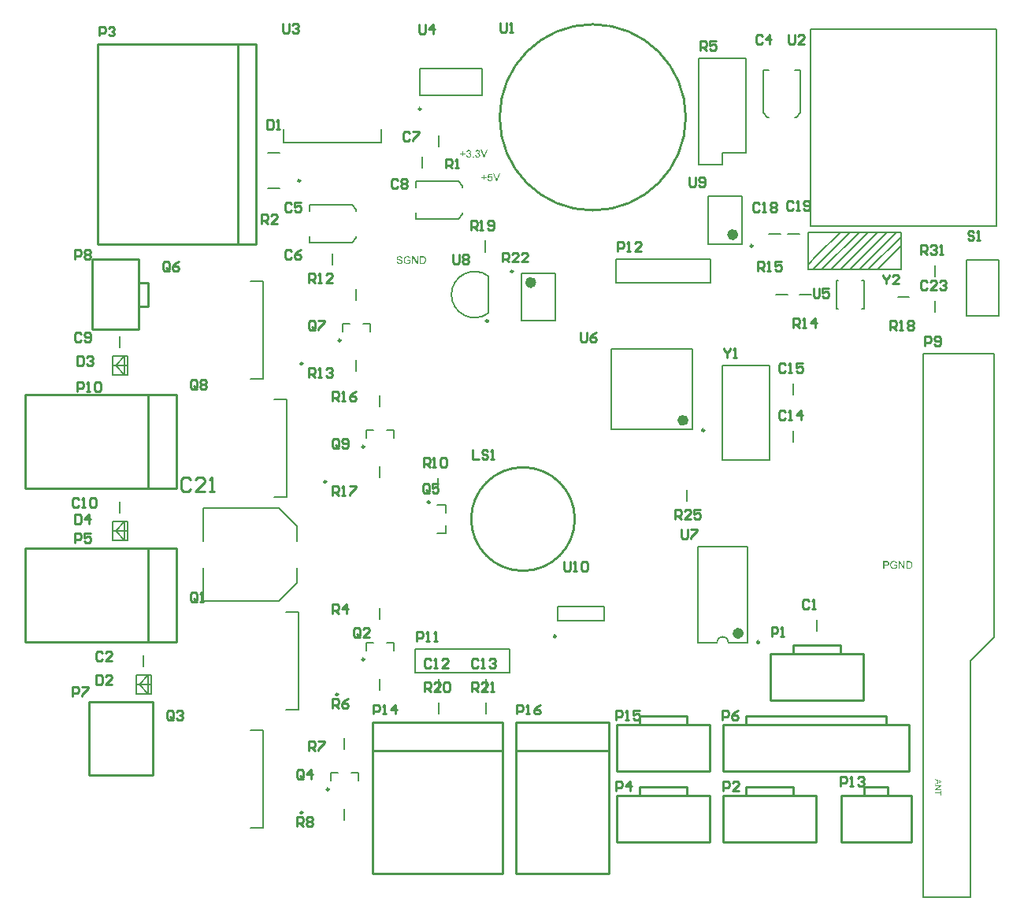
<source format=gto>
%FSLAX25Y25*%
%MOIN*%
G70*
G01*
G75*
%ADD10R,0.07874X0.03937*%
%ADD11C,0.03937*%
%ADD12O,0.02756X0.09843*%
%ADD13R,0.03248X0.01181*%
%ADD14R,0.01181X0.03248*%
%ADD15R,0.04724X0.05512*%
%ADD16R,0.04528X0.02362*%
%ADD17R,0.20276X0.09252*%
%ADD18R,0.05512X0.04724*%
%ADD19R,0.02362X0.04528*%
%ADD20R,0.11221X0.08465*%
%ADD21R,0.08465X0.11221*%
%ADD22R,0.04134X0.09449*%
%ADD23R,0.41929X0.35039*%
%ADD24R,0.12992X0.09449*%
%ADD25R,0.03937X0.09449*%
%ADD26O,0.08858X0.02362*%
%ADD27R,0.09449X0.04134*%
%ADD28R,0.35039X0.41929*%
%ADD29R,0.06693X0.06693*%
%ADD30O,0.00984X0.06102*%
%ADD31O,0.06102X0.00984*%
%ADD32C,0.01500*%
%ADD33C,0.03000*%
%ADD34C,0.03937*%
%ADD35C,0.01000*%
%ADD36C,0.02000*%
%ADD37C,0.07874*%
%ADD38C,0.11811*%
%ADD39C,0.11811*%
%ADD40C,0.04724*%
%ADD41C,0.05906*%
%ADD42R,0.05906X0.05906*%
%ADD43C,0.11000*%
%ADD44C,0.06299*%
%ADD45C,0.15748*%
%ADD46R,0.04724X0.04724*%
%ADD47R,0.07874X0.07874*%
%ADD48C,0.07874*%
%ADD49O,0.07874X0.03937*%
%ADD50O,0.07874X0.03937*%
%ADD51C,0.06693*%
%ADD52C,0.09000*%
%ADD53C,0.02000*%
%ADD54C,0.03800*%
%ADD55C,0.02500*%
%ADD56C,0.05000*%
%ADD57C,0.02800*%
%ADD58C,0.04000*%
%ADD59R,0.11811X0.11811*%
%ADD60C,0.19685*%
%ADD61C,0.00984*%
%ADD62C,0.02362*%
%ADD63C,0.00787*%
%ADD64C,0.00800*%
G36*
X248046Y401195D02*
X248130D01*
X248223Y401188D01*
X248315Y401180D01*
X248408Y401169D01*
X248450Y401161D01*
X248488Y401153D01*
X248492D01*
X248500Y401149D01*
X248515Y401145D01*
X248535Y401142D01*
X248558Y401134D01*
X248585Y401122D01*
X248650Y401099D01*
X248723Y401068D01*
X248800Y401030D01*
X248881Y400980D01*
X248958Y400922D01*
X248962Y400918D01*
X248970Y400911D01*
X248981Y400899D01*
X249001Y400884D01*
X249020Y400864D01*
X249043Y400837D01*
X249070Y400807D01*
X249101Y400776D01*
X249128Y400737D01*
X249162Y400695D01*
X249224Y400603D01*
X249282Y400495D01*
X249335Y400376D01*
Y400372D01*
X249339Y400360D01*
X249347Y400341D01*
X249355Y400318D01*
X249366Y400287D01*
X249374Y400248D01*
X249385Y400206D01*
X249401Y400156D01*
X249412Y400102D01*
X249424Y400044D01*
X249432Y399983D01*
X249443Y399917D01*
X249459Y399771D01*
X249462Y399617D01*
Y399613D01*
Y399602D01*
Y399582D01*
Y399555D01*
X249459Y399525D01*
Y399486D01*
X249455Y399444D01*
X249451Y399398D01*
X249439Y399297D01*
X249424Y399190D01*
X249405Y399078D01*
X249374Y398970D01*
Y398966D01*
X249370Y398959D01*
X249366Y398943D01*
X249359Y398924D01*
X249351Y398901D01*
X249339Y398870D01*
X249316Y398809D01*
X249282Y398731D01*
X249247Y398655D01*
X249204Y398577D01*
X249154Y398504D01*
Y398500D01*
X249147Y398497D01*
X249131Y398474D01*
X249104Y398439D01*
X249070Y398400D01*
X249027Y398350D01*
X248977Y398304D01*
X248923Y398254D01*
X248866Y398212D01*
X248858Y398208D01*
X248839Y398196D01*
X248804Y398177D01*
X248758Y398154D01*
X248704Y398127D01*
X248639Y398100D01*
X248565Y398077D01*
X248484Y398054D01*
X248481D01*
X248473Y398050D01*
X248462D01*
X248446Y398046D01*
X248423Y398042D01*
X248400Y398039D01*
X248338Y398027D01*
X248261Y398015D01*
X248173Y398008D01*
X248077Y398004D01*
X247972Y398000D01*
X246821D01*
Y401199D01*
X248011D01*
X248046Y401195D01*
D02*
G37*
G36*
X447558Y272249D02*
X447593Y272246D01*
X447635D01*
X447678Y272238D01*
X447774Y272226D01*
X447878Y272203D01*
X447986Y272176D01*
X448094Y272138D01*
X448097D01*
X448105Y272134D01*
X448120Y272126D01*
X448140Y272118D01*
X448163Y272107D01*
X448190Y272092D01*
X448255Y272057D01*
X448324Y272015D01*
X448398Y271961D01*
X448467Y271895D01*
X448532Y271826D01*
X448536Y271822D01*
X448540Y271818D01*
X448548Y271807D01*
X448559Y271791D01*
X448571Y271768D01*
X448586Y271745D01*
X448606Y271718D01*
X448625Y271687D01*
X448663Y271610D01*
X448702Y271522D01*
X448740Y271418D01*
X448775Y271302D01*
X448394Y271195D01*
Y271198D01*
X448390Y271206D01*
X448386Y271218D01*
X448382Y271237D01*
X448367Y271279D01*
X448344Y271337D01*
X448317Y271398D01*
X448286Y271460D01*
X448251Y271522D01*
X448213Y271580D01*
X448209Y271587D01*
X448194Y271603D01*
X448171Y271630D01*
X448136Y271660D01*
X448094Y271699D01*
X448040Y271737D01*
X447978Y271772D01*
X447909Y271807D01*
X447905D01*
X447901Y271811D01*
X447890Y271814D01*
X447874Y271818D01*
X447836Y271834D01*
X447782Y271849D01*
X447716Y271864D01*
X447639Y271880D01*
X447558Y271887D01*
X447470Y271891D01*
X447420D01*
X447397Y271887D01*
X447366D01*
X447300Y271880D01*
X447220Y271868D01*
X447139Y271853D01*
X447050Y271834D01*
X446969Y271803D01*
X446966D01*
X446962Y271799D01*
X446950Y271795D01*
X446935Y271787D01*
X446896Y271768D01*
X446846Y271741D01*
X446792Y271707D01*
X446735Y271668D01*
X446681Y271622D01*
X446627Y271568D01*
X446623Y271560D01*
X446607Y271545D01*
X446584Y271514D01*
X446554Y271476D01*
X446523Y271429D01*
X446488Y271375D01*
X446457Y271314D01*
X446426Y271252D01*
Y271248D01*
X446423Y271241D01*
X446415Y271221D01*
X446407Y271202D01*
X446399Y271171D01*
X446388Y271141D01*
X446377Y271102D01*
X446369Y271060D01*
X446357Y271013D01*
X446346Y270964D01*
X446326Y270856D01*
X446311Y270732D01*
X446307Y270605D01*
Y270602D01*
Y270586D01*
Y270563D01*
X446311Y270536D01*
Y270498D01*
X446315Y270455D01*
X446319Y270409D01*
X446326Y270355D01*
X446342Y270244D01*
X446369Y270124D01*
X446403Y270005D01*
X446453Y269889D01*
Y269885D01*
X446461Y269878D01*
X446469Y269862D01*
X446480Y269843D01*
X446496Y269820D01*
X446515Y269789D01*
X446561Y269728D01*
X446623Y269658D01*
X446696Y269589D01*
X446781Y269520D01*
X446881Y269462D01*
X446885D01*
X446892Y269454D01*
X446908Y269450D01*
X446931Y269439D01*
X446954Y269431D01*
X446985Y269420D01*
X447023Y269404D01*
X447062Y269393D01*
X447150Y269366D01*
X447250Y269346D01*
X447362Y269331D01*
X447477Y269323D01*
X447524D01*
X447551Y269327D01*
X447578D01*
X447612Y269331D01*
X447647Y269335D01*
X447728Y269350D01*
X447816Y269366D01*
X447913Y269393D01*
X448009Y269427D01*
X448013D01*
X448020Y269431D01*
X448036Y269439D01*
X448051Y269447D01*
X448074Y269454D01*
X448097Y269470D01*
X448159Y269497D01*
X448221Y269531D01*
X448290Y269570D01*
X448351Y269612D01*
X448409Y269654D01*
Y270251D01*
X447474D01*
Y270628D01*
X448825D01*
Y269443D01*
X448821Y269439D01*
X448810Y269431D01*
X448794Y269420D01*
X448771Y269404D01*
X448744Y269381D01*
X448710Y269358D01*
X448671Y269331D01*
X448629Y269304D01*
X448583Y269273D01*
X448532Y269243D01*
X448421Y269181D01*
X448305Y269123D01*
X448182Y269069D01*
X448178D01*
X448167Y269065D01*
X448147Y269058D01*
X448124Y269050D01*
X448094Y269042D01*
X448059Y269031D01*
X448017Y269019D01*
X447974Y269008D01*
X447924Y268996D01*
X447870Y268985D01*
X447755Y268965D01*
X447632Y268950D01*
X447501Y268946D01*
X447454D01*
X447420Y268950D01*
X447381Y268954D01*
X447331Y268958D01*
X447277Y268962D01*
X447220Y268973D01*
X447154Y268981D01*
X447085Y268996D01*
X446942Y269031D01*
X446869Y269054D01*
X446792Y269081D01*
X446719Y269112D01*
X446646Y269146D01*
X446642Y269150D01*
X446631Y269154D01*
X446607Y269165D01*
X446584Y269185D01*
X446550Y269204D01*
X446515Y269231D01*
X446473Y269258D01*
X446430Y269293D01*
X446384Y269335D01*
X446334Y269377D01*
X446288Y269424D01*
X446238Y269477D01*
X446192Y269531D01*
X446145Y269593D01*
X446103Y269658D01*
X446065Y269728D01*
X446061Y269731D01*
X446057Y269747D01*
X446045Y269766D01*
X446034Y269797D01*
X446018Y269832D01*
X446003Y269874D01*
X445988Y269924D01*
X445968Y269978D01*
X445949Y270040D01*
X445934Y270105D01*
X445918Y270174D01*
X445903Y270251D01*
X445880Y270409D01*
X445876Y270494D01*
X445872Y270582D01*
Y270586D01*
Y270602D01*
Y270628D01*
X445876Y270663D01*
X445880Y270702D01*
X445884Y270752D01*
X445888Y270806D01*
X445895Y270867D01*
X445907Y270933D01*
X445918Y270998D01*
X445953Y271145D01*
X445976Y271221D01*
X446003Y271299D01*
X446030Y271375D01*
X446065Y271452D01*
X446068Y271456D01*
X446072Y271472D01*
X446084Y271491D01*
X446099Y271518D01*
X446122Y271553D01*
X446145Y271591D01*
X446176Y271633D01*
X446207Y271680D01*
X446246Y271730D01*
X446288Y271780D01*
X446334Y271830D01*
X446384Y271880D01*
X446438Y271930D01*
X446496Y271976D01*
X446561Y272018D01*
X446627Y272057D01*
X446631Y272061D01*
X446642Y272065D01*
X446665Y272076D01*
X446692Y272088D01*
X446727Y272103D01*
X446769Y272118D01*
X446815Y272138D01*
X446869Y272157D01*
X446927Y272172D01*
X446992Y272192D01*
X447062Y272207D01*
X447139Y272222D01*
X447216Y272234D01*
X447297Y272246D01*
X447381Y272249D01*
X447470Y272253D01*
X447528D01*
X447558Y272249D01*
D02*
G37*
G36*
X246109Y398000D02*
X245674D01*
X243992Y400510D01*
Y398000D01*
X243587D01*
Y401199D01*
X244019D01*
X245705Y398685D01*
Y401199D01*
X246109D01*
Y398000D01*
D02*
G37*
G36*
X467518Y173037D02*
X467221D01*
Y173867D01*
X465000D01*
Y174201D01*
X467221D01*
Y175031D01*
X467518D01*
Y173037D01*
D02*
G37*
G36*
Y177046D02*
X465539Y175719D01*
X467518D01*
Y175400D01*
X465000D01*
Y175743D01*
X466976Y177067D01*
X465000D01*
Y177385D01*
X467518D01*
Y177046D01*
D02*
G37*
G36*
X453903Y272196D02*
X453988D01*
X454080Y272188D01*
X454173Y272180D01*
X454265Y272169D01*
X454307Y272161D01*
X454346Y272153D01*
X454350D01*
X454357Y272149D01*
X454373Y272145D01*
X454392Y272142D01*
X454415Y272134D01*
X454442Y272122D01*
X454508Y272099D01*
X454581Y272068D01*
X454658Y272030D01*
X454739Y271980D01*
X454816Y271922D01*
X454819Y271918D01*
X454827Y271911D01*
X454839Y271899D01*
X454858Y271884D01*
X454877Y271864D01*
X454900Y271837D01*
X454927Y271807D01*
X454958Y271776D01*
X454985Y271737D01*
X455020Y271695D01*
X455081Y271603D01*
X455139Y271495D01*
X455193Y271375D01*
Y271372D01*
X455197Y271360D01*
X455204Y271341D01*
X455212Y271318D01*
X455224Y271287D01*
X455232Y271248D01*
X455243Y271206D01*
X455258Y271156D01*
X455270Y271102D01*
X455281Y271044D01*
X455289Y270983D01*
X455301Y270917D01*
X455316Y270771D01*
X455320Y270617D01*
Y270613D01*
Y270602D01*
Y270582D01*
Y270555D01*
X455316Y270525D01*
Y270486D01*
X455312Y270444D01*
X455308Y270398D01*
X455297Y270297D01*
X455281Y270190D01*
X455262Y270078D01*
X455232Y269970D01*
Y269966D01*
X455228Y269959D01*
X455224Y269943D01*
X455216Y269924D01*
X455208Y269901D01*
X455197Y269870D01*
X455174Y269809D01*
X455139Y269731D01*
X455104Y269654D01*
X455062Y269578D01*
X455012Y269504D01*
Y269500D01*
X455004Y269497D01*
X454989Y269474D01*
X454962Y269439D01*
X454927Y269400D01*
X454885Y269350D01*
X454835Y269304D01*
X454781Y269254D01*
X454723Y269212D01*
X454715Y269208D01*
X454696Y269196D01*
X454662Y269177D01*
X454615Y269154D01*
X454562Y269127D01*
X454496Y269100D01*
X454423Y269077D01*
X454342Y269054D01*
X454338D01*
X454331Y269050D01*
X454319D01*
X454304Y269046D01*
X454281Y269042D01*
X454257Y269039D01*
X454196Y269027D01*
X454119Y269015D01*
X454030Y269008D01*
X453934Y269004D01*
X453830Y269000D01*
X452679D01*
Y272199D01*
X453868D01*
X453903Y272196D01*
D02*
G37*
G36*
X444386D02*
X444463Y272192D01*
X444544Y272188D01*
X444621Y272180D01*
X444690Y272169D01*
X444702D01*
X444713Y272165D01*
X444729Y272161D01*
X444771Y272149D01*
X444829Y272134D01*
X444890Y272111D01*
X444956Y272088D01*
X445021Y272053D01*
X445083Y272015D01*
X445090Y272011D01*
X445110Y271995D01*
X445141Y271968D01*
X445175Y271938D01*
X445218Y271891D01*
X445260Y271837D01*
X445302Y271776D01*
X445341Y271707D01*
Y271703D01*
X445345Y271699D01*
X445349Y271687D01*
X445356Y271672D01*
X445372Y271633D01*
X445391Y271580D01*
X445410Y271514D01*
X445426Y271441D01*
X445437Y271360D01*
X445441Y271271D01*
Y271268D01*
Y271252D01*
Y271233D01*
X445437Y271202D01*
X445433Y271167D01*
X445426Y271129D01*
X445418Y271083D01*
X445410Y271033D01*
X445375Y270925D01*
X445356Y270867D01*
X445329Y270810D01*
X445302Y270752D01*
X445264Y270694D01*
X445225Y270636D01*
X445179Y270582D01*
X445175Y270579D01*
X445168Y270571D01*
X445152Y270555D01*
X445129Y270540D01*
X445098Y270517D01*
X445064Y270494D01*
X445017Y270467D01*
X444967Y270444D01*
X444906Y270417D01*
X444836Y270390D01*
X444760Y270367D01*
X444675Y270344D01*
X444582Y270328D01*
X444478Y270313D01*
X444367Y270305D01*
X444243Y270301D01*
X443424D01*
Y269000D01*
X443000D01*
Y272199D01*
X444317D01*
X444386Y272196D01*
D02*
G37*
G36*
X451967Y269000D02*
X451532D01*
X449849Y271510D01*
Y269000D01*
X449445D01*
Y272199D01*
X449876D01*
X451562Y269685D01*
Y272199D01*
X451967D01*
Y269000D01*
D02*
G37*
G36*
X467518Y179040D02*
Y178676D01*
X465000Y177649D01*
Y178027D01*
X465761Y178318D01*
Y179376D01*
X465000Y179648D01*
Y180000D01*
X467518Y179040D01*
D02*
G37*
G36*
X241701Y401249D02*
X241736Y401246D01*
X241778D01*
X241820Y401238D01*
X241916Y401226D01*
X242020Y401203D01*
X242128Y401176D01*
X242236Y401138D01*
X242240D01*
X242248Y401134D01*
X242263Y401126D01*
X242282Y401119D01*
X242305Y401107D01*
X242332Y401092D01*
X242398Y401057D01*
X242467Y401015D01*
X242540Y400961D01*
X242610Y400895D01*
X242675Y400826D01*
X242679Y400822D01*
X242683Y400818D01*
X242690Y400807D01*
X242702Y400791D01*
X242713Y400768D01*
X242729Y400745D01*
X242748Y400718D01*
X242767Y400687D01*
X242806Y400610D01*
X242844Y400522D01*
X242883Y400418D01*
X242917Y400302D01*
X242536Y400195D01*
Y400198D01*
X242532Y400206D01*
X242529Y400218D01*
X242525Y400237D01*
X242509Y400279D01*
X242486Y400337D01*
X242459Y400398D01*
X242428Y400460D01*
X242394Y400522D01*
X242355Y400580D01*
X242352Y400587D01*
X242336Y400603D01*
X242313Y400630D01*
X242278Y400660D01*
X242236Y400699D01*
X242182Y400737D01*
X242121Y400772D01*
X242051Y400807D01*
X242047D01*
X242043Y400810D01*
X242032Y400814D01*
X242017Y400818D01*
X241978Y400834D01*
X241924Y400849D01*
X241859Y400864D01*
X241782Y400880D01*
X241701Y400887D01*
X241612Y400891D01*
X241562D01*
X241539Y400887D01*
X241508D01*
X241443Y400880D01*
X241362Y400868D01*
X241281Y400853D01*
X241193Y400834D01*
X241112Y400803D01*
X241108D01*
X241104Y400799D01*
X241092Y400795D01*
X241077Y400787D01*
X241039Y400768D01*
X240989Y400741D01*
X240935Y400707D01*
X240877Y400668D01*
X240823Y400622D01*
X240769Y400568D01*
X240765Y400560D01*
X240750Y400545D01*
X240727Y400514D01*
X240696Y400476D01*
X240665Y400429D01*
X240631Y400376D01*
X240600Y400314D01*
X240569Y400252D01*
Y400248D01*
X240565Y400241D01*
X240557Y400221D01*
X240550Y400202D01*
X240542Y400171D01*
X240530Y400141D01*
X240519Y400102D01*
X240511Y400060D01*
X240500Y400013D01*
X240488Y399963D01*
X240469Y399856D01*
X240454Y399732D01*
X240450Y399605D01*
Y399602D01*
Y399586D01*
Y399563D01*
X240454Y399536D01*
Y399498D01*
X240457Y399455D01*
X240461Y399409D01*
X240469Y399355D01*
X240484Y399244D01*
X240511Y399124D01*
X240546Y399005D01*
X240596Y398889D01*
Y398885D01*
X240604Y398878D01*
X240611Y398862D01*
X240623Y398843D01*
X240638Y398820D01*
X240657Y398789D01*
X240704Y398728D01*
X240765Y398658D01*
X240839Y398589D01*
X240923Y398520D01*
X241023Y398462D01*
X241027D01*
X241035Y398454D01*
X241050Y398450D01*
X241073Y398439D01*
X241096Y398431D01*
X241127Y398420D01*
X241166Y398404D01*
X241204Y398393D01*
X241293Y398366D01*
X241393Y398346D01*
X241505Y398331D01*
X241620Y398323D01*
X241666D01*
X241693Y398327D01*
X241720D01*
X241755Y398331D01*
X241789Y398335D01*
X241870Y398350D01*
X241959Y398366D01*
X242055Y398393D01*
X242151Y398427D01*
X242155D01*
X242163Y398431D01*
X242178Y398439D01*
X242194Y398447D01*
X242217Y398454D01*
X242240Y398470D01*
X242302Y398497D01*
X242363Y398531D01*
X242432Y398570D01*
X242494Y398612D01*
X242552Y398655D01*
Y399251D01*
X241616D01*
Y399628D01*
X242968D01*
Y398443D01*
X242964Y398439D01*
X242952Y398431D01*
X242937Y398420D01*
X242914Y398404D01*
X242887Y398381D01*
X242852Y398358D01*
X242813Y398331D01*
X242771Y398304D01*
X242725Y398273D01*
X242675Y398242D01*
X242563Y398181D01*
X242448Y398123D01*
X242324Y398069D01*
X242321D01*
X242309Y398065D01*
X242290Y398058D01*
X242267Y398050D01*
X242236Y398042D01*
X242201Y398031D01*
X242159Y398019D01*
X242117Y398008D01*
X242067Y397996D01*
X242013Y397985D01*
X241897Y397965D01*
X241774Y397950D01*
X241643Y397946D01*
X241597D01*
X241562Y397950D01*
X241524Y397954D01*
X241474Y397958D01*
X241420Y397961D01*
X241362Y397973D01*
X241297Y397981D01*
X241227Y397996D01*
X241085Y398031D01*
X241012Y398054D01*
X240935Y398081D01*
X240862Y398112D01*
X240788Y398146D01*
X240785Y398150D01*
X240773Y398154D01*
X240750Y398165D01*
X240727Y398185D01*
X240692Y398204D01*
X240657Y398231D01*
X240615Y398258D01*
X240573Y398293D01*
X240527Y398335D01*
X240476Y398377D01*
X240430Y398424D01*
X240380Y398477D01*
X240334Y398531D01*
X240288Y398593D01*
X240246Y398658D01*
X240207Y398728D01*
X240203Y398731D01*
X240199Y398747D01*
X240188Y398766D01*
X240176Y398797D01*
X240161Y398832D01*
X240145Y398874D01*
X240130Y398924D01*
X240111Y398978D01*
X240092Y399040D01*
X240076Y399105D01*
X240061Y399174D01*
X240045Y399251D01*
X240022Y399409D01*
X240018Y399494D01*
X240015Y399582D01*
Y399586D01*
Y399602D01*
Y399628D01*
X240018Y399663D01*
X240022Y399702D01*
X240026Y399752D01*
X240030Y399806D01*
X240038Y399867D01*
X240049Y399933D01*
X240061Y399998D01*
X240095Y400144D01*
X240119Y400221D01*
X240145Y400299D01*
X240172Y400376D01*
X240207Y400452D01*
X240211Y400456D01*
X240215Y400472D01*
X240226Y400491D01*
X240242Y400518D01*
X240265Y400553D01*
X240288Y400591D01*
X240319Y400633D01*
X240350Y400680D01*
X240388Y400730D01*
X240430Y400780D01*
X240476Y400830D01*
X240527Y400880D01*
X240581Y400930D01*
X240638Y400976D01*
X240704Y401018D01*
X240769Y401057D01*
X240773Y401061D01*
X240785Y401065D01*
X240808Y401076D01*
X240835Y401088D01*
X240869Y401103D01*
X240912Y401119D01*
X240958Y401138D01*
X241012Y401157D01*
X241070Y401172D01*
X241135Y401192D01*
X241204Y401207D01*
X241281Y401222D01*
X241358Y401234D01*
X241439Y401246D01*
X241524Y401249D01*
X241612Y401253D01*
X241670D01*
X241701Y401249D01*
D02*
G37*
G36*
X265240Y444760D02*
X266110D01*
Y444394D01*
X265240D01*
Y443516D01*
X264870D01*
Y444394D01*
X264000D01*
Y444760D01*
X264870D01*
Y445630D01*
X265240D01*
Y444760D01*
D02*
G37*
G36*
X274260Y443000D02*
X273825D01*
X272586Y446199D01*
X273047D01*
X273875Y443874D01*
Y443870D01*
X273879Y443862D01*
X273887Y443847D01*
X273891Y443828D01*
X273902Y443801D01*
X273910Y443774D01*
X273933Y443705D01*
X273960Y443624D01*
X273991Y443535D01*
X274018Y443443D01*
X274045Y443350D01*
Y443354D01*
X274048Y443362D01*
X274052Y443377D01*
X274056Y443397D01*
X274064Y443420D01*
X274072Y443447D01*
X274095Y443516D01*
X274118Y443593D01*
X274149Y443681D01*
X274183Y443778D01*
X274218Y443874D01*
X275084Y446199D01*
X275515D01*
X274260Y443000D01*
D02*
G37*
G36*
X271342Y446207D02*
X271369Y446203D01*
X271430Y446196D01*
X271504Y446184D01*
X271585Y446161D01*
X271669Y446134D01*
X271754Y446095D01*
X271758D01*
X271765Y446092D01*
X271773Y446084D01*
X271789Y446076D01*
X271831Y446049D01*
X271877Y446014D01*
X271931Y445972D01*
X271989Y445918D01*
X272043Y445857D01*
X272089Y445787D01*
Y445784D01*
X272093Y445780D01*
X272100Y445768D01*
X272108Y445753D01*
X272127Y445714D01*
X272150Y445664D01*
X272170Y445603D01*
X272189Y445533D01*
X272204Y445456D01*
X272208Y445375D01*
Y445372D01*
Y445368D01*
Y445356D01*
Y445341D01*
X272204Y445302D01*
X272193Y445252D01*
X272181Y445191D01*
X272162Y445129D01*
X272135Y445064D01*
X272096Y444998D01*
X272093Y444990D01*
X272077Y444971D01*
X272050Y444940D01*
X272012Y444902D01*
X271966Y444860D01*
X271912Y444813D01*
X271843Y444771D01*
X271765Y444729D01*
X271769D01*
X271777Y444725D01*
X271792Y444721D01*
X271812Y444717D01*
X271835Y444706D01*
X271866Y444698D01*
X271927Y444671D01*
X272000Y444632D01*
X272074Y444586D01*
X272143Y444528D01*
X272208Y444455D01*
Y444452D01*
X272216Y444448D01*
X272224Y444436D01*
X272231Y444421D01*
X272247Y444397D01*
X272258Y444374D01*
X272274Y444347D01*
X272289Y444317D01*
X272316Y444240D01*
X272343Y444155D01*
X272358Y444055D01*
X272366Y443943D01*
Y443939D01*
Y443924D01*
Y443901D01*
X272362Y443874D01*
X272358Y443835D01*
X272351Y443797D01*
X272339Y443747D01*
X272328Y443697D01*
X272312Y443643D01*
X272293Y443585D01*
X272266Y443528D01*
X272235Y443466D01*
X272200Y443408D01*
X272158Y443347D01*
X272112Y443289D01*
X272058Y443235D01*
X272054Y443231D01*
X272043Y443223D01*
X272027Y443208D01*
X272004Y443189D01*
X271973Y443169D01*
X271939Y443143D01*
X271896Y443119D01*
X271846Y443092D01*
X271796Y443065D01*
X271735Y443039D01*
X271673Y443012D01*
X271604Y442992D01*
X271531Y442973D01*
X271454Y442958D01*
X271373Y442950D01*
X271288Y442946D01*
X271246D01*
X271219Y442950D01*
X271184Y442954D01*
X271142Y442958D01*
X271096Y442965D01*
X271045Y442977D01*
X270934Y443008D01*
X270876Y443027D01*
X270818Y443050D01*
X270757Y443081D01*
X270699Y443116D01*
X270645Y443154D01*
X270591Y443196D01*
X270587Y443200D01*
X270580Y443208D01*
X270564Y443223D01*
X270549Y443243D01*
X270526Y443266D01*
X270503Y443296D01*
X270476Y443331D01*
X270449Y443373D01*
X270422Y443416D01*
X270391Y443466D01*
X270364Y443520D01*
X270341Y443577D01*
X270318Y443639D01*
X270299Y443705D01*
X270287Y443774D01*
X270275Y443847D01*
X270668Y443901D01*
Y443897D01*
X270672Y443886D01*
X270676Y443870D01*
X270680Y443847D01*
X270687Y443816D01*
X270699Y443785D01*
X270722Y443712D01*
X270753Y443635D01*
X270791Y443554D01*
X270838Y443477D01*
X270865Y443447D01*
X270895Y443416D01*
X270903Y443408D01*
X270926Y443393D01*
X270961Y443370D01*
X271007Y443343D01*
X271065Y443316D01*
X271130Y443293D01*
X271207Y443277D01*
X271292Y443269D01*
X271319D01*
X271338Y443273D01*
X271361Y443277D01*
X271388Y443281D01*
X271454Y443293D01*
X271527Y443316D01*
X271604Y443350D01*
X271646Y443370D01*
X271685Y443397D01*
X271723Y443424D01*
X271758Y443458D01*
X271762Y443462D01*
X271765Y443466D01*
X271777Y443477D01*
X271789Y443493D01*
X271804Y443512D01*
X271819Y443535D01*
X271854Y443589D01*
X271889Y443658D01*
X271919Y443739D01*
X271942Y443832D01*
X271946Y443882D01*
X271950Y443935D01*
Y443939D01*
Y443947D01*
Y443962D01*
X271946Y443982D01*
Y444005D01*
X271942Y444032D01*
X271927Y444093D01*
X271908Y444163D01*
X271877Y444236D01*
X271831Y444309D01*
X271804Y444344D01*
X271773Y444378D01*
X271769Y444382D01*
X271765Y444386D01*
X271754Y444394D01*
X271742Y444405D01*
X271704Y444436D01*
X271650Y444467D01*
X271585Y444498D01*
X271508Y444528D01*
X271419Y444548D01*
X271373Y444555D01*
X271304D01*
X271280Y444552D01*
X271246D01*
X271207Y444544D01*
X271157Y444536D01*
X271103Y444528D01*
X271045Y444513D01*
X271092Y444856D01*
X271099D01*
X271115Y444852D01*
X271134Y444848D01*
X271176D01*
X271196Y444852D01*
X271219D01*
X271242Y444856D01*
X271304Y444863D01*
X271373Y444879D01*
X271450Y444902D01*
X271527Y444937D01*
X271604Y444979D01*
X271608D01*
X271611Y444987D01*
X271635Y445006D01*
X271665Y445037D01*
X271704Y445079D01*
X271742Y445137D01*
X271773Y445206D01*
X271796Y445287D01*
X271800Y445333D01*
X271804Y445383D01*
Y445387D01*
Y445395D01*
Y445406D01*
X271800Y445422D01*
X271796Y445460D01*
X271785Y445510D01*
X271769Y445568D01*
X271742Y445630D01*
X271708Y445687D01*
X271658Y445745D01*
X271650Y445753D01*
X271631Y445768D01*
X271600Y445791D01*
X271557Y445818D01*
X271500Y445841D01*
X271438Y445864D01*
X271361Y445880D01*
X271280Y445888D01*
X271257D01*
X271242Y445884D01*
X271199Y445880D01*
X271149Y445868D01*
X271088Y445853D01*
X271022Y445826D01*
X270961Y445791D01*
X270899Y445741D01*
X270891Y445733D01*
X270876Y445714D01*
X270849Y445680D01*
X270818Y445633D01*
X270788Y445576D01*
X270753Y445503D01*
X270726Y445414D01*
X270707Y445314D01*
X270314Y445383D01*
Y445387D01*
X270318Y445402D01*
X270322Y445422D01*
X270329Y445449D01*
X270337Y445479D01*
X270349Y445518D01*
X270364Y445560D01*
X270379Y445607D01*
X270422Y445703D01*
X270480Y445807D01*
X270514Y445857D01*
X270549Y445903D01*
X270591Y445949D01*
X270637Y445991D01*
X270641Y445995D01*
X270649Y445999D01*
X270664Y446011D01*
X270684Y446026D01*
X270711Y446041D01*
X270738Y446061D01*
X270772Y446080D01*
X270814Y446103D01*
X270857Y446122D01*
X270907Y446142D01*
X270957Y446161D01*
X271015Y446176D01*
X271072Y446192D01*
X271138Y446203D01*
X271203Y446207D01*
X271273Y446211D01*
X271319D01*
X271342Y446207D01*
D02*
G37*
G36*
X267619D02*
X267646Y446203D01*
X267707Y446196D01*
X267781Y446184D01*
X267862Y446161D01*
X267946Y446134D01*
X268031Y446095D01*
X268035D01*
X268042Y446092D01*
X268050Y446084D01*
X268066Y446076D01*
X268108Y446049D01*
X268154Y446014D01*
X268208Y445972D01*
X268266Y445918D01*
X268320Y445857D01*
X268366Y445787D01*
Y445784D01*
X268370Y445780D01*
X268377Y445768D01*
X268385Y445753D01*
X268404Y445714D01*
X268427Y445664D01*
X268447Y445603D01*
X268466Y445533D01*
X268481Y445456D01*
X268485Y445375D01*
Y445372D01*
Y445368D01*
Y445356D01*
Y445341D01*
X268481Y445302D01*
X268470Y445252D01*
X268458Y445191D01*
X268439Y445129D01*
X268412Y445064D01*
X268374Y444998D01*
X268370Y444990D01*
X268354Y444971D01*
X268327Y444940D01*
X268289Y444902D01*
X268243Y444860D01*
X268189Y444813D01*
X268120Y444771D01*
X268042Y444729D01*
X268046D01*
X268054Y444725D01*
X268070Y444721D01*
X268089Y444717D01*
X268112Y444706D01*
X268143Y444698D01*
X268204Y444671D01*
X268277Y444632D01*
X268351Y444586D01*
X268420Y444528D01*
X268485Y444455D01*
Y444452D01*
X268493Y444448D01*
X268501Y444436D01*
X268508Y444421D01*
X268524Y444397D01*
X268535Y444374D01*
X268551Y444347D01*
X268566Y444317D01*
X268593Y444240D01*
X268620Y444155D01*
X268635Y444055D01*
X268643Y443943D01*
Y443939D01*
Y443924D01*
Y443901D01*
X268639Y443874D01*
X268635Y443835D01*
X268628Y443797D01*
X268616Y443747D01*
X268605Y443697D01*
X268589Y443643D01*
X268570Y443585D01*
X268543Y443528D01*
X268512Y443466D01*
X268478Y443408D01*
X268435Y443347D01*
X268389Y443289D01*
X268335Y443235D01*
X268331Y443231D01*
X268320Y443223D01*
X268304Y443208D01*
X268281Y443189D01*
X268250Y443169D01*
X268216Y443143D01*
X268173Y443119D01*
X268123Y443092D01*
X268073Y443065D01*
X268012Y443039D01*
X267950Y443012D01*
X267881Y442992D01*
X267808Y442973D01*
X267731Y442958D01*
X267650Y442950D01*
X267565Y442946D01*
X267523D01*
X267496Y442950D01*
X267461Y442954D01*
X267419Y442958D01*
X267373Y442965D01*
X267323Y442977D01*
X267211Y443008D01*
X267153Y443027D01*
X267095Y443050D01*
X267034Y443081D01*
X266976Y443116D01*
X266922Y443154D01*
X266868Y443196D01*
X266864Y443200D01*
X266857Y443208D01*
X266841Y443223D01*
X266826Y443243D01*
X266803Y443266D01*
X266780Y443296D01*
X266753Y443331D01*
X266726Y443373D01*
X266699Y443416D01*
X266668Y443466D01*
X266641Y443520D01*
X266618Y443577D01*
X266595Y443639D01*
X266576Y443705D01*
X266564Y443774D01*
X266553Y443847D01*
X266945Y443901D01*
Y443897D01*
X266949Y443886D01*
X266953Y443870D01*
X266957Y443847D01*
X266965Y443816D01*
X266976Y443785D01*
X266999Y443712D01*
X267030Y443635D01*
X267068Y443554D01*
X267115Y443477D01*
X267142Y443447D01*
X267172Y443416D01*
X267180Y443408D01*
X267203Y443393D01*
X267238Y443370D01*
X267284Y443343D01*
X267342Y443316D01*
X267407Y443293D01*
X267484Y443277D01*
X267569Y443269D01*
X267596D01*
X267615Y443273D01*
X267638Y443277D01*
X267665Y443281D01*
X267731Y443293D01*
X267804Y443316D01*
X267881Y443350D01*
X267923Y443370D01*
X267962Y443397D01*
X268000Y443424D01*
X268035Y443458D01*
X268039Y443462D01*
X268042Y443466D01*
X268054Y443477D01*
X268066Y443493D01*
X268081Y443512D01*
X268096Y443535D01*
X268131Y443589D01*
X268166Y443658D01*
X268197Y443739D01*
X268220Y443832D01*
X268224Y443882D01*
X268227Y443935D01*
Y443939D01*
Y443947D01*
Y443962D01*
X268224Y443982D01*
Y444005D01*
X268220Y444032D01*
X268204Y444093D01*
X268185Y444163D01*
X268154Y444236D01*
X268108Y444309D01*
X268081Y444344D01*
X268050Y444378D01*
X268046Y444382D01*
X268042Y444386D01*
X268031Y444394D01*
X268019Y444405D01*
X267981Y444436D01*
X267927Y444467D01*
X267862Y444498D01*
X267785Y444528D01*
X267696Y444548D01*
X267650Y444555D01*
X267581D01*
X267557Y444552D01*
X267523D01*
X267484Y444544D01*
X267434Y444536D01*
X267380Y444528D01*
X267323Y444513D01*
X267369Y444856D01*
X267376D01*
X267392Y444852D01*
X267411Y444848D01*
X267454D01*
X267473Y444852D01*
X267496D01*
X267519Y444856D01*
X267581Y444863D01*
X267650Y444879D01*
X267727Y444902D01*
X267804Y444937D01*
X267881Y444979D01*
X267885D01*
X267888Y444987D01*
X267912Y445006D01*
X267942Y445037D01*
X267981Y445079D01*
X268019Y445137D01*
X268050Y445206D01*
X268073Y445287D01*
X268077Y445333D01*
X268081Y445383D01*
Y445387D01*
Y445395D01*
Y445406D01*
X268077Y445422D01*
X268073Y445460D01*
X268062Y445510D01*
X268046Y445568D01*
X268019Y445630D01*
X267985Y445687D01*
X267935Y445745D01*
X267927Y445753D01*
X267908Y445768D01*
X267877Y445791D01*
X267835Y445818D01*
X267777Y445841D01*
X267715Y445864D01*
X267638Y445880D01*
X267557Y445888D01*
X267534D01*
X267519Y445884D01*
X267477Y445880D01*
X267426Y445868D01*
X267365Y445853D01*
X267299Y445826D01*
X267238Y445791D01*
X267176Y445741D01*
X267169Y445733D01*
X267153Y445714D01*
X267126Y445680D01*
X267095Y445633D01*
X267065Y445576D01*
X267030Y445503D01*
X267003Y445414D01*
X266984Y445314D01*
X266591Y445383D01*
Y445387D01*
X266595Y445402D01*
X266599Y445422D01*
X266606Y445449D01*
X266614Y445479D01*
X266626Y445518D01*
X266641Y445560D01*
X266656Y445607D01*
X266699Y445703D01*
X266757Y445807D01*
X266791Y445857D01*
X266826Y445903D01*
X266868Y445949D01*
X266914Y445991D01*
X266918Y445995D01*
X266926Y445999D01*
X266941Y446011D01*
X266961Y446026D01*
X266988Y446041D01*
X267015Y446061D01*
X267049Y446080D01*
X267092Y446103D01*
X267134Y446122D01*
X267184Y446142D01*
X267234Y446161D01*
X267292Y446176D01*
X267350Y446192D01*
X267415Y446203D01*
X267480Y446207D01*
X267550Y446211D01*
X267596D01*
X267619Y446207D01*
D02*
G37*
G36*
X269698Y443000D02*
X269251D01*
Y443447D01*
X269698D01*
Y443000D01*
D02*
G37*
G36*
X277520Y435784D02*
X276238D01*
X276065Y434917D01*
X276068Y434921D01*
X276076Y434925D01*
X276092Y434937D01*
X276115Y434948D01*
X276142Y434964D01*
X276172Y434983D01*
X276207Y435002D01*
X276249Y435021D01*
X276342Y435056D01*
X276442Y435090D01*
X276554Y435114D01*
X276615Y435117D01*
X276673Y435121D01*
X276715D01*
X276742Y435117D01*
X276781Y435114D01*
X276819Y435106D01*
X276869Y435098D01*
X276919Y435087D01*
X276973Y435071D01*
X277031Y435048D01*
X277089Y435025D01*
X277150Y434998D01*
X277208Y434964D01*
X277270Y434925D01*
X277327Y434879D01*
X277381Y434829D01*
X277385Y434825D01*
X277393Y434817D01*
X277408Y434798D01*
X277428Y434775D01*
X277447Y434748D01*
X277474Y434713D01*
X277501Y434675D01*
X277528Y434628D01*
X277555Y434575D01*
X277578Y434521D01*
X277605Y434459D01*
X277624Y434394D01*
X277643Y434321D01*
X277659Y434247D01*
X277666Y434167D01*
X277670Y434082D01*
Y434078D01*
Y434063D01*
Y434039D01*
X277666Y434009D01*
X277662Y433974D01*
X277659Y433928D01*
X277651Y433882D01*
X277639Y433828D01*
X277608Y433708D01*
X277589Y433647D01*
X277562Y433585D01*
X277535Y433520D01*
X277501Y433454D01*
X277462Y433393D01*
X277416Y433331D01*
X277412Y433327D01*
X277401Y433316D01*
X277385Y433296D01*
X277358Y433270D01*
X277327Y433243D01*
X277289Y433208D01*
X277246Y433173D01*
X277197Y433139D01*
X277139Y433104D01*
X277077Y433069D01*
X277008Y433035D01*
X276931Y433008D01*
X276850Y432981D01*
X276765Y432962D01*
X276673Y432950D01*
X276577Y432946D01*
X276534D01*
X276503Y432950D01*
X276465Y432954D01*
X276423Y432958D01*
X276377Y432965D01*
X276323Y432977D01*
X276211Y433004D01*
X276149Y433027D01*
X276088Y433050D01*
X276030Y433077D01*
X275972Y433108D01*
X275914Y433146D01*
X275861Y433189D01*
X275857Y433192D01*
X275849Y433200D01*
X275834Y433216D01*
X275818Y433235D01*
X275795Y433258D01*
X275772Y433289D01*
X275745Y433323D01*
X275718Y433362D01*
X275691Y433408D01*
X275664Y433454D01*
X275637Y433508D01*
X275614Y433566D01*
X275591Y433628D01*
X275572Y433697D01*
X275560Y433766D01*
X275549Y433839D01*
X275961Y433870D01*
Y433866D01*
X275964Y433859D01*
Y433843D01*
X275968Y433820D01*
X275976Y433797D01*
X275984Y433766D01*
X276003Y433701D01*
X276030Y433628D01*
X276065Y433554D01*
X276111Y433481D01*
X276169Y433420D01*
X276172D01*
X276176Y433412D01*
X276199Y433397D01*
X276234Y433373D01*
X276284Y433347D01*
X276342Y433316D01*
X276411Y433293D01*
X276492Y433277D01*
X276577Y433270D01*
X276604D01*
X276623Y433273D01*
X276650Y433277D01*
X276677Y433281D01*
X276742Y433296D01*
X276819Y433320D01*
X276900Y433358D01*
X276942Y433385D01*
X276981Y433412D01*
X277019Y433443D01*
X277058Y433481D01*
X277062Y433485D01*
X277066Y433493D01*
X277077Y433504D01*
X277089Y433520D01*
X277104Y433543D01*
X277119Y433570D01*
X277139Y433597D01*
X277158Y433631D01*
X277173Y433670D01*
X277193Y433716D01*
X277208Y433762D01*
X277223Y433812D01*
X277246Y433924D01*
X277250Y433982D01*
X277254Y434047D01*
Y434051D01*
Y434063D01*
Y434078D01*
X277250Y434105D01*
Y434132D01*
X277243Y434167D01*
X277231Y434240D01*
X277208Y434324D01*
X277173Y434413D01*
X277154Y434459D01*
X277127Y434502D01*
X277100Y434540D01*
X277066Y434579D01*
X277062Y434582D01*
X277058Y434586D01*
X277046Y434598D01*
X277031Y434609D01*
X277012Y434625D01*
X276989Y434640D01*
X276935Y434679D01*
X276862Y434713D01*
X276777Y434744D01*
X276681Y434767D01*
X276627Y434771D01*
X276569Y434775D01*
X276538D01*
X276500Y434771D01*
X276453Y434763D01*
X276399Y434752D01*
X276342Y434736D01*
X276280Y434717D01*
X276222Y434686D01*
X276215Y434682D01*
X276199Y434671D01*
X276172Y434652D01*
X276138Y434625D01*
X276099Y434594D01*
X276061Y434552D01*
X276022Y434509D01*
X275988Y434459D01*
X275618Y434513D01*
X275926Y436157D01*
X277520D01*
Y435784D01*
D02*
G37*
G36*
X238336Y401249D02*
X238371Y401246D01*
X238409D01*
X238455Y401238D01*
X238551Y401226D01*
X238655Y401203D01*
X238763Y401176D01*
X238867Y401138D01*
X238871D01*
X238879Y401134D01*
X238894Y401126D01*
X238913Y401115D01*
X238936Y401103D01*
X238964Y401088D01*
X239021Y401053D01*
X239090Y401003D01*
X239160Y400945D01*
X239225Y400876D01*
X239287Y400799D01*
Y400795D01*
X239295Y400787D01*
X239302Y400776D01*
X239310Y400760D01*
X239321Y400741D01*
X239333Y400714D01*
X239360Y400653D01*
X239391Y400580D01*
X239414Y400495D01*
X239433Y400402D01*
X239445Y400299D01*
X239040Y400268D01*
Y400272D01*
Y400279D01*
X239037Y400295D01*
X239033Y400318D01*
X239025Y400341D01*
X239021Y400372D01*
X238998Y400437D01*
X238971Y400510D01*
X238933Y400587D01*
X238883Y400657D01*
X238817Y400722D01*
X238813D01*
X238809Y400730D01*
X238798Y400737D01*
X238783Y400745D01*
X238763Y400757D01*
X238736Y400772D01*
X238709Y400784D01*
X238679Y400799D01*
X238640Y400814D01*
X238598Y400826D01*
X238551Y400841D01*
X238502Y400853D01*
X238448Y400861D01*
X238390Y400868D01*
X238324Y400876D01*
X238224D01*
X238197Y400872D01*
X238167D01*
X238128Y400868D01*
X238047Y400857D01*
X237955Y400841D01*
X237862Y400814D01*
X237774Y400780D01*
X237735Y400760D01*
X237701Y400734D01*
X237693Y400726D01*
X237674Y400707D01*
X237647Y400680D01*
X237616Y400637D01*
X237581Y400587D01*
X237554Y400529D01*
X237535Y400464D01*
X237531Y400429D01*
X237527Y400395D01*
Y400387D01*
X237531Y400368D01*
X237535Y400333D01*
X237543Y400295D01*
X237558Y400248D01*
X237581Y400202D01*
X237608Y400156D01*
X237651Y400110D01*
X237658Y400106D01*
X237666Y400098D01*
X237678Y400091D01*
X237693Y400079D01*
X237716Y400068D01*
X237743Y400056D01*
X237774Y400040D01*
X237812Y400021D01*
X237859Y400006D01*
X237909Y399987D01*
X237970Y399967D01*
X238036Y399948D01*
X238109Y399925D01*
X238193Y399906D01*
X238286Y399883D01*
X238294D01*
X238309Y399879D01*
X238336Y399871D01*
X238371Y399863D01*
X238413Y399852D01*
X238459Y399840D01*
X238513Y399829D01*
X238567Y399813D01*
X238686Y399782D01*
X238802Y399748D01*
X238856Y399729D01*
X238910Y399713D01*
X238956Y399694D01*
X238994Y399679D01*
X238998D01*
X239006Y399675D01*
X239021Y399667D01*
X239040Y399656D01*
X239064Y399644D01*
X239090Y399628D01*
X239152Y399590D01*
X239218Y399544D01*
X239287Y399490D01*
X239352Y399425D01*
X239406Y399355D01*
Y399351D01*
X239414Y399347D01*
X239418Y399336D01*
X239429Y399321D01*
X239449Y399278D01*
X239476Y399224D01*
X239499Y399159D01*
X239522Y399082D01*
X239537Y398993D01*
X239541Y398901D01*
Y398897D01*
Y398889D01*
Y398878D01*
X239537Y398859D01*
Y398835D01*
X239533Y398809D01*
X239522Y398747D01*
X239506Y398674D01*
X239479Y398589D01*
X239445Y398504D01*
X239395Y398420D01*
Y398416D01*
X239387Y398408D01*
X239379Y398396D01*
X239368Y398381D01*
X239333Y398343D01*
X239287Y398293D01*
X239229Y398235D01*
X239156Y398177D01*
X239071Y398119D01*
X238975Y398069D01*
X238971D01*
X238964Y398065D01*
X238948Y398058D01*
X238929Y398050D01*
X238902Y398042D01*
X238871Y398031D01*
X238837Y398019D01*
X238794Y398008D01*
X238752Y397996D01*
X238705Y397985D01*
X238602Y397965D01*
X238482Y397950D01*
X238359Y397946D01*
X238317D01*
X238286Y397950D01*
X238251D01*
X238205Y397954D01*
X238159Y397958D01*
X238105Y397961D01*
X237989Y397977D01*
X237870Y398000D01*
X237747Y398027D01*
X237631Y398069D01*
X237628D01*
X237620Y398077D01*
X237604Y398085D01*
X237581Y398092D01*
X237558Y398108D01*
X237531Y398123D01*
X237466Y398165D01*
X237393Y398219D01*
X237316Y398285D01*
X237239Y398362D01*
X237173Y398450D01*
Y398454D01*
X237165Y398462D01*
X237158Y398477D01*
X237146Y398497D01*
X237135Y398520D01*
X237119Y398547D01*
X237104Y398581D01*
X237088Y398620D01*
X237058Y398705D01*
X237031Y398801D01*
X237012Y398909D01*
X237000Y399028D01*
X237400Y399063D01*
Y399059D01*
Y399051D01*
X237404Y399040D01*
X237408Y399024D01*
X237416Y398978D01*
X237427Y398924D01*
X237443Y398859D01*
X237466Y398793D01*
X237493Y398728D01*
X237527Y398666D01*
X237531Y398658D01*
X237547Y398639D01*
X237574Y398612D01*
X237608Y398577D01*
X237651Y398539D01*
X237705Y398497D01*
X237770Y398454D01*
X237847Y398416D01*
X237851D01*
X237859Y398412D01*
X237870Y398408D01*
X237885Y398400D01*
X237905Y398393D01*
X237932Y398385D01*
X237989Y398370D01*
X238063Y398354D01*
X238147Y398339D01*
X238240Y398327D01*
X238340Y398323D01*
X238382D01*
X238401Y398327D01*
X238424D01*
X238486Y398331D01*
X238551Y398339D01*
X238621Y398354D01*
X238694Y398370D01*
X238767Y398393D01*
X238771D01*
X238775Y398396D01*
X238798Y398408D01*
X238829Y398424D01*
X238871Y398447D01*
X238913Y398474D01*
X238960Y398508D01*
X239002Y398547D01*
X239040Y398589D01*
X239044Y398597D01*
X239056Y398612D01*
X239071Y398639D01*
X239087Y398670D01*
X239102Y398712D01*
X239118Y398758D01*
X239129Y398812D01*
X239133Y398866D01*
Y398874D01*
Y398893D01*
X239129Y398920D01*
X239121Y398955D01*
X239110Y398997D01*
X239094Y399040D01*
X239075Y399086D01*
X239044Y399128D01*
X239040Y399132D01*
X239029Y399147D01*
X239006Y399167D01*
X238975Y399194D01*
X238936Y399224D01*
X238886Y399255D01*
X238825Y399286D01*
X238756Y399317D01*
X238748Y399321D01*
X238740D01*
X238729Y399324D01*
X238713Y399332D01*
X238694Y399340D01*
X238667Y399347D01*
X238636Y399355D01*
X238602Y399367D01*
X238559Y399378D01*
X238513Y399390D01*
X238463Y399401D01*
X238401Y399417D01*
X238336Y399436D01*
X238267Y399451D01*
X238186Y399471D01*
X238182D01*
X238167Y399475D01*
X238143Y399482D01*
X238117Y399490D01*
X238078Y399498D01*
X238039Y399509D01*
X237993Y399521D01*
X237943Y399536D01*
X237843Y399567D01*
X237739Y399602D01*
X237693Y399617D01*
X237647Y399636D01*
X237604Y399652D01*
X237570Y399671D01*
X237566D01*
X237558Y399675D01*
X237547Y399682D01*
X237531Y399694D01*
X237493Y399717D01*
X237443Y399752D01*
X237389Y399794D01*
X237331Y399848D01*
X237277Y399906D01*
X237231Y399967D01*
Y399971D01*
X237227Y399975D01*
X237216Y399998D01*
X237196Y400037D01*
X237177Y400087D01*
X237154Y400144D01*
X237139Y400214D01*
X237123Y400287D01*
X237119Y400368D01*
Y400372D01*
Y400379D01*
Y400391D01*
X237123Y400410D01*
Y400429D01*
X237127Y400456D01*
X237135Y400514D01*
X237154Y400587D01*
X237177Y400660D01*
X237208Y400741D01*
X237254Y400822D01*
Y400826D01*
X237262Y400830D01*
X237269Y400841D01*
X237281Y400857D01*
X237312Y400895D01*
X237358Y400941D01*
X237412Y400991D01*
X237481Y401045D01*
X237562Y401095D01*
X237654Y401142D01*
X237658D01*
X237666Y401145D01*
X237681Y401153D01*
X237701Y401161D01*
X237728Y401169D01*
X237755Y401176D01*
X237789Y401188D01*
X237828Y401199D01*
X237916Y401219D01*
X238016Y401238D01*
X238124Y401249D01*
X238244Y401253D01*
X238305D01*
X238336Y401249D01*
D02*
G37*
G36*
X274240Y434760D02*
X275110D01*
Y434394D01*
X274240D01*
Y433516D01*
X273870D01*
Y434394D01*
X273000D01*
Y434760D01*
X273870D01*
Y435630D01*
X274240D01*
Y434760D01*
D02*
G37*
G36*
X279537Y433000D02*
X279102D01*
X277863Y436199D01*
X278325D01*
X279152Y433874D01*
Y433870D01*
X279156Y433862D01*
X279164Y433847D01*
X279168Y433828D01*
X279179Y433801D01*
X279187Y433774D01*
X279210Y433705D01*
X279237Y433624D01*
X279268Y433535D01*
X279295Y433443D01*
X279322Y433350D01*
Y433354D01*
X279326Y433362D01*
X279329Y433377D01*
X279333Y433397D01*
X279341Y433420D01*
X279349Y433447D01*
X279372Y433516D01*
X279395Y433593D01*
X279426Y433681D01*
X279460Y433778D01*
X279495Y433874D01*
X280361Y436199D01*
X280792D01*
X279537Y433000D01*
D02*
G37*
%LPC*%
G36*
X466033Y179282D02*
Y178421D01*
X466727Y178688D01*
X466730D01*
X466742Y178694D01*
X466757Y178700D01*
X466782Y178706D01*
X466809Y178718D01*
X466839Y178727D01*
X466876Y178743D01*
X466912Y178755D01*
X466997Y178785D01*
X467085Y178812D01*
X467172Y178842D01*
X467257Y178867D01*
X467254D01*
X467245Y178870D01*
X467233Y178873D01*
X467215Y178876D01*
X467194Y178882D01*
X467166Y178888D01*
X467136Y178894D01*
X467103Y178903D01*
X467030Y178921D01*
X466948Y178946D01*
X466860Y178973D01*
X466770Y179003D01*
X466033Y179282D01*
D02*
G37*
G36*
X247984Y400822D02*
X247245D01*
Y398377D01*
X248003D01*
X248034Y398381D01*
X248107Y398385D01*
X248184Y398393D01*
X248269Y398400D01*
X248346Y398416D01*
X248419Y398435D01*
X248423D01*
X248427Y398439D01*
X248450Y398447D01*
X248481Y398458D01*
X248523Y398477D01*
X248569Y398500D01*
X248619Y398531D01*
X248665Y398562D01*
X248708Y398601D01*
X248715Y398608D01*
X248731Y398628D01*
X248762Y398662D01*
X248793Y398708D01*
X248831Y398766D01*
X248869Y398835D01*
X248908Y398916D01*
X248943Y399005D01*
Y399009D01*
X248946Y399016D01*
X248950Y399032D01*
X248954Y399051D01*
X248962Y399074D01*
X248970Y399105D01*
X248977Y399140D01*
X248985Y399178D01*
X248993Y399220D01*
X249001Y399267D01*
X249016Y399371D01*
X249024Y399490D01*
X249027Y399621D01*
Y399628D01*
Y399644D01*
Y399671D01*
X249024Y399706D01*
Y399748D01*
X249020Y399794D01*
X249012Y399848D01*
X249008Y399906D01*
X248989Y400033D01*
X248958Y400160D01*
X248916Y400283D01*
X248893Y400341D01*
X248862Y400395D01*
Y400398D01*
X248854Y400406D01*
X248847Y400422D01*
X248831Y400437D01*
X248796Y400483D01*
X248750Y400541D01*
X248692Y400599D01*
X248623Y400660D01*
X248546Y400710D01*
X248504Y400734D01*
X248462Y400753D01*
X248454Y400757D01*
X248442Y400760D01*
X248431Y400764D01*
X248411Y400768D01*
X248388Y400776D01*
X248361Y400780D01*
X248330Y400787D01*
X248292Y400795D01*
X248253Y400799D01*
X248207Y400807D01*
X248161Y400810D01*
X248107Y400814D01*
X248046Y400818D01*
X247984Y400822D01*
D02*
G37*
G36*
X444340Y271822D02*
X443424D01*
Y270679D01*
X444286D01*
X444313Y270683D01*
X444347D01*
X444386Y270686D01*
X444428Y270690D01*
X444475Y270698D01*
X444571Y270717D01*
X444667Y270740D01*
X444760Y270779D01*
X444798Y270802D01*
X444833Y270829D01*
X444836D01*
X444840Y270836D01*
X444860Y270856D01*
X444886Y270890D01*
X444921Y270940D01*
X444952Y271002D01*
X444979Y271075D01*
X444998Y271164D01*
X445006Y271210D01*
Y271260D01*
Y271264D01*
Y271268D01*
Y271279D01*
Y271295D01*
X445002Y271329D01*
X444994Y271379D01*
X444979Y271433D01*
X444964Y271491D01*
X444937Y271549D01*
X444902Y271603D01*
X444898Y271610D01*
X444883Y271626D01*
X444863Y271649D01*
X444833Y271680D01*
X444794Y271710D01*
X444748Y271741D01*
X444694Y271768D01*
X444636Y271791D01*
X444632D01*
X444613Y271795D01*
X444586Y271803D01*
X444548Y271807D01*
X444494Y271814D01*
X444424Y271818D01*
X444382D01*
X444340Y271822D01*
D02*
G37*
G36*
X453842D02*
X453102D01*
Y269377D01*
X453861D01*
X453892Y269381D01*
X453965Y269385D01*
X454042Y269393D01*
X454127Y269400D01*
X454204Y269416D01*
X454277Y269435D01*
X454281D01*
X454284Y269439D01*
X454307Y269447D01*
X454338Y269458D01*
X454381Y269477D01*
X454427Y269500D01*
X454477Y269531D01*
X454523Y269562D01*
X454565Y269601D01*
X454573Y269608D01*
X454589Y269628D01*
X454619Y269662D01*
X454650Y269708D01*
X454689Y269766D01*
X454727Y269835D01*
X454766Y269916D01*
X454800Y270005D01*
Y270009D01*
X454804Y270016D01*
X454808Y270032D01*
X454812Y270051D01*
X454819Y270074D01*
X454827Y270105D01*
X454835Y270140D01*
X454843Y270178D01*
X454850Y270220D01*
X454858Y270267D01*
X454873Y270371D01*
X454881Y270490D01*
X454885Y270621D01*
Y270628D01*
Y270644D01*
Y270671D01*
X454881Y270706D01*
Y270748D01*
X454877Y270794D01*
X454870Y270848D01*
X454866Y270906D01*
X454846Y271033D01*
X454816Y271160D01*
X454773Y271283D01*
X454750Y271341D01*
X454719Y271395D01*
Y271398D01*
X454712Y271406D01*
X454704Y271422D01*
X454689Y271437D01*
X454654Y271483D01*
X454608Y271541D01*
X454550Y271599D01*
X454481Y271660D01*
X454404Y271710D01*
X454361Y271733D01*
X454319Y271753D01*
X454311Y271757D01*
X454300Y271760D01*
X454288Y271764D01*
X454269Y271768D01*
X454246Y271776D01*
X454219Y271780D01*
X454188Y271787D01*
X454150Y271795D01*
X454111Y271799D01*
X454065Y271807D01*
X454019Y271811D01*
X453965Y271814D01*
X453903Y271818D01*
X453842Y271822D01*
D02*
G37*
%LPD*%
D35*
X359370Y460000D02*
G03*
X359370Y460000I-39370J0D01*
G01*
X312415Y290000D02*
G03*
X312415Y290000I-21915J0D01*
G01*
X144000Y303000D02*
Y342590D01*
X132000Y303000D02*
X144000D01*
X80000D02*
X120000D01*
X80000D02*
Y342590D01*
X132000Y303000D02*
Y342590D01*
X120000Y303000D02*
X132000D01*
X80000Y342590D02*
X132000D01*
X144000D01*
X395158Y213189D02*
Y232874D01*
Y213189D02*
X434528D01*
Y232874D01*
X395158D02*
X434528D01*
X405000D02*
Y236811D01*
X424685D01*
Y232874D02*
Y236811D01*
X169685Y406378D02*
Y491024D01*
X110630Y406378D02*
X169685D01*
X110630Y491024D02*
X169685D01*
X110630Y406378D02*
Y491024D01*
X169685Y406378D02*
X177559D01*
Y491024D01*
X169685D02*
X177559D01*
X226819Y192000D02*
Y204000D01*
Y140000D02*
Y192000D01*
Y204000D02*
X282000D01*
Y192000D02*
Y204000D01*
Y140000D02*
Y180000D01*
X226819Y140000D02*
X282000D01*
X226819Y192000D02*
X282000D01*
Y180000D02*
Y192000D01*
X287409D02*
Y204000D01*
Y140000D02*
Y192000D01*
X327000Y180000D02*
Y192000D01*
X287409D02*
X327000D01*
X287409Y140000D02*
X327000D01*
Y180000D01*
Y192000D02*
Y204000D01*
X287409D02*
X327000D01*
X107008Y212795D02*
X120000D01*
X107008Y181614D02*
Y212795D01*
Y181614D02*
X133780D01*
Y212795D01*
X120000D02*
X133780D01*
X108189Y399843D02*
X127874D01*
X108189Y370315D02*
Y399843D01*
Y370315D02*
X127874D01*
Y399843D01*
Y390000D02*
X131811D01*
Y380157D02*
Y390000D01*
X127874Y380157D02*
X131811D01*
X330157Y153189D02*
Y172874D01*
Y153189D02*
X369528D01*
Y172874D01*
X330157D02*
X369528D01*
X340000D02*
Y176811D01*
X359685D01*
Y172874D02*
Y176811D01*
X375157Y183189D02*
Y202874D01*
Y183189D02*
X453898D01*
Y202874D01*
X375157D02*
X453898D01*
X385000D02*
Y206811D01*
X444055D01*
Y202874D02*
Y206811D01*
X375157Y153189D02*
Y172874D01*
Y153189D02*
X414528D01*
Y172874D01*
X375157D02*
X414528D01*
X385000D02*
Y176811D01*
X404685D01*
Y172874D02*
Y176811D01*
X330157Y183189D02*
Y202874D01*
Y183189D02*
X369528D01*
Y202874D01*
X330157D02*
X369528D01*
X340000D02*
Y206811D01*
X359685D01*
Y202874D02*
Y206811D01*
X425157Y153189D02*
Y172874D01*
Y153189D02*
X454685D01*
Y172874D01*
X425157D02*
X454685D01*
X435000D02*
Y176811D01*
X444842D01*
Y172874D02*
Y176811D01*
X132000Y277590D02*
X144000D01*
X80000D02*
X132000D01*
X120000Y238000D02*
X132000D01*
Y277590D01*
X80000Y238000D02*
Y277590D01*
Y238000D02*
X120000D01*
X132000D02*
X144000D01*
Y277590D01*
X413356Y387745D02*
Y384465D01*
X414012Y383809D01*
X415324D01*
X415980Y384465D01*
Y387745D01*
X419915D02*
X417292D01*
Y385777D01*
X418604Y386433D01*
X419260D01*
X419915Y385777D01*
Y384465D01*
X419260Y383809D01*
X417948D01*
X417292Y384465D01*
X149999Y306698D02*
X148999Y307698D01*
X147000D01*
X146000Y306698D01*
Y302700D01*
X147000Y301700D01*
X148999D01*
X149999Y302700D01*
X155997Y301700D02*
X151998D01*
X155997Y305699D01*
Y306698D01*
X154997Y307698D01*
X152998D01*
X151998Y306698D01*
X157996Y301700D02*
X159995D01*
X158996D01*
Y307698D01*
X157996Y306698D01*
X182100Y459036D02*
Y455100D01*
X184068D01*
X184724Y455756D01*
Y458380D01*
X184068Y459036D01*
X182100D01*
X186036Y455100D02*
X187348D01*
X186692D01*
Y459036D01*
X186036Y458380D01*
X411524Y255212D02*
X410868Y255868D01*
X409556D01*
X408900Y255212D01*
Y252588D01*
X409556Y251932D01*
X410868D01*
X411524Y252588D01*
X412836Y251932D02*
X414148D01*
X413492D01*
Y255868D01*
X412836Y255212D01*
X112624Y233280D02*
X111968Y233936D01*
X110656D01*
X110000Y233280D01*
Y230656D01*
X110656Y230000D01*
X111968D01*
X112624Y230656D01*
X116560Y230000D02*
X113936D01*
X116560Y232624D01*
Y233280D01*
X115904Y233936D01*
X114592D01*
X113936Y233280D01*
X391724Y494312D02*
X391068Y494968D01*
X389756D01*
X389100Y494312D01*
Y491688D01*
X389756Y491032D01*
X391068D01*
X391724Y491688D01*
X395004Y491032D02*
Y494968D01*
X393036Y493000D01*
X395660D01*
X192624Y423280D02*
X191968Y423936D01*
X190656D01*
X190000Y423280D01*
Y420656D01*
X190656Y420000D01*
X191968D01*
X192624Y420656D01*
X196560Y423936D02*
X193936D01*
Y421968D01*
X195248Y422624D01*
X195904D01*
X196560Y421968D01*
Y420656D01*
X195904Y420000D01*
X194592D01*
X193936Y420656D01*
X192624Y403280D02*
X191968Y403936D01*
X190656D01*
X190000Y403280D01*
Y400656D01*
X190656Y400000D01*
X191968D01*
X192624Y400656D01*
X196560Y403936D02*
X195248Y403280D01*
X193936Y401968D01*
Y400656D01*
X194592Y400000D01*
X195904D01*
X196560Y400656D01*
Y401312D01*
X195904Y401968D01*
X193936D01*
X242624Y453280D02*
X241968Y453936D01*
X240656D01*
X240000Y453280D01*
Y450656D01*
X240656Y450000D01*
X241968D01*
X242624Y450656D01*
X243936Y453936D02*
X246560D01*
Y453280D01*
X243936Y450656D01*
Y450000D01*
X237624Y433280D02*
X236968Y433936D01*
X235656D01*
X235000Y433280D01*
Y430656D01*
X235656Y430000D01*
X236968D01*
X237624Y430656D01*
X238936Y433280D02*
X239592Y433936D01*
X240904D01*
X241560Y433280D01*
Y432624D01*
X240904Y431968D01*
X241560Y431312D01*
Y430656D01*
X240904Y430000D01*
X239592D01*
X238936Y430656D01*
Y431312D01*
X239592Y431968D01*
X238936Y432624D01*
Y433280D01*
X239592Y431968D02*
X240904D01*
X103624Y368280D02*
X102968Y368936D01*
X101656D01*
X101000Y368280D01*
Y365656D01*
X101656Y365000D01*
X102968D01*
X103624Y365656D01*
X104936D02*
X105592Y365000D01*
X106904D01*
X107560Y365656D01*
Y368280D01*
X106904Y368936D01*
X105592D01*
X104936Y368280D01*
Y367624D01*
X105592Y366968D01*
X107560D01*
X102624Y298280D02*
X101968Y298936D01*
X100656D01*
X100000Y298280D01*
Y295656D01*
X100656Y295000D01*
X101968D01*
X102624Y295656D01*
X103936Y295000D02*
X105248D01*
X104592D01*
Y298936D01*
X103936Y298280D01*
X107215D02*
X107871Y298936D01*
X109183D01*
X109839Y298280D01*
Y295656D01*
X109183Y295000D01*
X107871D01*
X107215Y295656D01*
Y298280D01*
X251524Y230212D02*
X250868Y230868D01*
X249556D01*
X248900Y230212D01*
Y227588D01*
X249556Y226932D01*
X250868D01*
X251524Y227588D01*
X252836Y226932D02*
X254148D01*
X253492D01*
Y230868D01*
X252836Y230212D01*
X258739Y226932D02*
X256116D01*
X258739Y229556D01*
Y230212D01*
X258083Y230868D01*
X256771D01*
X256116Y230212D01*
X271524D02*
X270868Y230868D01*
X269556D01*
X268900Y230212D01*
Y227588D01*
X269556Y226932D01*
X270868D01*
X271524Y227588D01*
X272836Y226932D02*
X274148D01*
X273492D01*
Y230868D01*
X272836Y230212D01*
X276115D02*
X276771Y230868D01*
X278083D01*
X278739Y230212D01*
Y229556D01*
X278083Y228900D01*
X277427D01*
X278083D01*
X278739Y228244D01*
Y227588D01*
X278083Y226932D01*
X276771D01*
X276115Y227588D01*
X401524Y335212D02*
X400868Y335868D01*
X399556D01*
X398900Y335212D01*
Y332588D01*
X399556Y331932D01*
X400868D01*
X401524Y332588D01*
X402836Y331932D02*
X404148D01*
X403492D01*
Y335868D01*
X402836Y335212D01*
X408083Y331932D02*
Y335868D01*
X406115Y333900D01*
X408739D01*
X401524Y355212D02*
X400868Y355868D01*
X399556D01*
X398900Y355212D01*
Y352588D01*
X399556Y351932D01*
X400868D01*
X401524Y352588D01*
X402836Y351932D02*
X404148D01*
X403492D01*
Y355868D01*
X402836Y355212D01*
X408739Y355868D02*
X406115D01*
Y353900D01*
X407427Y354556D01*
X408083D01*
X408739Y353900D01*
Y352588D01*
X408083Y351932D01*
X406772D01*
X406115Y352588D01*
X390624Y423280D02*
X389968Y423936D01*
X388656D01*
X388000Y423280D01*
Y420656D01*
X388656Y420000D01*
X389968D01*
X390624Y420656D01*
X391936Y420000D02*
X393248D01*
X392592D01*
Y423936D01*
X391936Y423280D01*
X395216D02*
X395871Y423936D01*
X397183D01*
X397839Y423280D01*
Y422624D01*
X397183Y421968D01*
X397839Y421312D01*
Y420656D01*
X397183Y420000D01*
X395871D01*
X395216Y420656D01*
Y421312D01*
X395871Y421968D01*
X395216Y422624D01*
Y423280D01*
X395871Y421968D02*
X397183D01*
X404724Y423880D02*
X404068Y424536D01*
X402756D01*
X402100Y423880D01*
Y421256D01*
X402756Y420600D01*
X404068D01*
X404724Y421256D01*
X406036Y420600D02*
X407348D01*
X406692D01*
Y424536D01*
X406036Y423880D01*
X409315Y421256D02*
X409972Y420600D01*
X411283D01*
X411939Y421256D01*
Y423880D01*
X411283Y424536D01*
X409972D01*
X409315Y423880D01*
Y423224D01*
X409972Y422568D01*
X411939D01*
X110000Y223936D02*
Y220000D01*
X111968D01*
X112624Y220656D01*
Y223280D01*
X111968Y223936D01*
X110000D01*
X116560Y220000D02*
X113936D01*
X116560Y222624D01*
Y223280D01*
X115904Y223936D01*
X114592D01*
X113936Y223280D01*
X102000Y358936D02*
Y355000D01*
X103968D01*
X104624Y355656D01*
Y358280D01*
X103968Y358936D01*
X102000D01*
X105936Y358280D02*
X106592Y358936D01*
X107904D01*
X108560Y358280D01*
Y357624D01*
X107904Y356968D01*
X107248D01*
X107904D01*
X108560Y356312D01*
Y355656D01*
X107904Y355000D01*
X106592D01*
X105936Y355656D01*
X101000Y291936D02*
Y288000D01*
X102968D01*
X103624Y288656D01*
Y291280D01*
X102968Y291936D01*
X101000D01*
X106904Y288000D02*
Y291936D01*
X104936Y289968D01*
X107560D01*
X269100Y319368D02*
Y315432D01*
X271724D01*
X275660Y318712D02*
X275004Y319368D01*
X273692D01*
X273036Y318712D01*
Y318056D01*
X273692Y317400D01*
X275004D01*
X275660Y316744D01*
Y316088D01*
X275004Y315432D01*
X273692D01*
X273036Y316088D01*
X276972Y315432D02*
X278283D01*
X277627D01*
Y319368D01*
X276972Y318712D01*
X395700Y240300D02*
Y244236D01*
X397668D01*
X398324Y243580D01*
Y242268D01*
X397668Y241612D01*
X395700D01*
X399636Y240300D02*
X400948D01*
X400292D01*
Y244236D01*
X399636Y243580D01*
X375232Y175000D02*
Y178936D01*
X377200D01*
X377856Y178280D01*
Y176968D01*
X377200Y176312D01*
X375232D01*
X381792Y175000D02*
X379168D01*
X381792Y177624D01*
Y178280D01*
X381136Y178936D01*
X379824D01*
X379168Y178280D01*
X111100Y494500D02*
Y498436D01*
X113068D01*
X113724Y497780D01*
Y496468D01*
X113068Y495812D01*
X111100D01*
X115036Y497780D02*
X115692Y498436D01*
X117004D01*
X117660Y497780D01*
Y497124D01*
X117004Y496468D01*
X116348D01*
X117004D01*
X117660Y495812D01*
Y495156D01*
X117004Y494500D01*
X115692D01*
X115036Y495156D01*
X330000Y175000D02*
Y178936D01*
X331968D01*
X332624Y178280D01*
Y176968D01*
X331968Y176312D01*
X330000D01*
X335904Y175000D02*
Y178936D01*
X333936Y176968D01*
X336560D01*
X101000Y280000D02*
Y283936D01*
X102968D01*
X103624Y283280D01*
Y281968D01*
X102968Y281312D01*
X101000D01*
X107560Y283936D02*
X104936D01*
Y281968D01*
X106248Y282624D01*
X106904D01*
X107560Y281968D01*
Y280656D01*
X106904Y280000D01*
X105592D01*
X104936Y280656D01*
X460600Y363400D02*
Y367336D01*
X462568D01*
X463224Y366680D01*
Y365368D01*
X462568Y364712D01*
X460600D01*
X464536Y364056D02*
X465192Y363400D01*
X466504D01*
X467160Y364056D01*
Y366680D01*
X466504Y367336D01*
X465192D01*
X464536Y366680D01*
Y366024D01*
X465192Y365368D01*
X467160D01*
X245600Y238400D02*
Y242336D01*
X247568D01*
X248224Y241680D01*
Y240368D01*
X247568Y239712D01*
X245600D01*
X249536Y238400D02*
X250848D01*
X250192D01*
Y242336D01*
X249536Y241680D01*
X252816Y238400D02*
X254127D01*
X253471D01*
Y242336D01*
X252816Y241680D01*
X330600Y403400D02*
Y407336D01*
X332568D01*
X333224Y406680D01*
Y405368D01*
X332568Y404712D01*
X330600D01*
X334536Y403400D02*
X335848D01*
X335192D01*
Y407336D01*
X334536Y406680D01*
X340439Y403400D02*
X337815D01*
X340439Y406024D01*
Y406680D01*
X339783Y407336D01*
X338472D01*
X337815Y406680D01*
X227300Y207500D02*
Y211436D01*
X229268D01*
X229924Y210780D01*
Y209468D01*
X229268Y208812D01*
X227300D01*
X231236Y207500D02*
X232548D01*
X231892D01*
Y211436D01*
X231236Y210780D01*
X236483Y207500D02*
Y211436D01*
X234516Y209468D01*
X237139D01*
X330000Y205000D02*
Y208936D01*
X331968D01*
X332624Y208280D01*
Y206968D01*
X331968Y206312D01*
X330000D01*
X333936Y205000D02*
X335248D01*
X334592D01*
Y208936D01*
X333936Y208280D01*
X339839Y208936D02*
X337215D01*
Y206968D01*
X338527Y207624D01*
X339183D01*
X339839Y206968D01*
Y205656D01*
X339183Y205000D01*
X337872D01*
X337215Y205656D01*
X287900Y207500D02*
Y211436D01*
X289868D01*
X290524Y210780D01*
Y209468D01*
X289868Y208812D01*
X287900D01*
X291836Y207500D02*
X293148D01*
X292492D01*
Y211436D01*
X291836Y210780D01*
X297739Y211436D02*
X296427Y210780D01*
X295115Y209468D01*
Y208156D01*
X295772Y207500D01*
X297083D01*
X297739Y208156D01*
Y208812D01*
X297083Y209468D01*
X295115D01*
X152624Y255656D02*
Y258280D01*
X151968Y258936D01*
X150656D01*
X150000Y258280D01*
Y255656D01*
X150656Y255000D01*
X151968D01*
X151312Y256312D02*
X152624Y255000D01*
X151968D02*
X152624Y255656D01*
X153936Y255000D02*
X155248D01*
X154592D01*
Y258936D01*
X153936Y258280D01*
X221624Y240656D02*
Y243280D01*
X220968Y243936D01*
X219656D01*
X219000Y243280D01*
Y240656D01*
X219656Y240000D01*
X220968D01*
X220312Y241312D02*
X221624Y240000D01*
X220968D02*
X221624Y240656D01*
X225560Y240000D02*
X222936D01*
X225560Y242624D01*
Y243280D01*
X224904Y243936D01*
X223592D01*
X222936Y243280D01*
X142624Y205656D02*
Y208280D01*
X141968Y208936D01*
X140656D01*
X140000Y208280D01*
Y205656D01*
X140656Y205000D01*
X141968D01*
X141312Y206312D02*
X142624Y205000D01*
X141968D02*
X142624Y205656D01*
X143936Y208280D02*
X144592Y208936D01*
X145904D01*
X146560Y208280D01*
Y207624D01*
X145904Y206968D01*
X145248D01*
X145904D01*
X146560Y206312D01*
Y205656D01*
X145904Y205000D01*
X144592D01*
X143936Y205656D01*
X197624Y180656D02*
Y183280D01*
X196968Y183936D01*
X195656D01*
X195000Y183280D01*
Y180656D01*
X195656Y180000D01*
X196968D01*
X196312Y181312D02*
X197624Y180000D01*
X196968D02*
X197624Y180656D01*
X200904Y180000D02*
Y183936D01*
X198936Y181968D01*
X201560D01*
X250724Y301756D02*
Y304380D01*
X250068Y305036D01*
X248756D01*
X248100Y304380D01*
Y301756D01*
X248756Y301100D01*
X250068D01*
X249412Y302412D02*
X250724Y301100D01*
X250068D02*
X250724Y301756D01*
X254660Y305036D02*
X252036D01*
Y303068D01*
X253348Y303724D01*
X254004D01*
X254660Y303068D01*
Y301756D01*
X254004Y301100D01*
X252692D01*
X252036Y301756D01*
X140924Y395656D02*
Y398280D01*
X140268Y398936D01*
X138956D01*
X138300Y398280D01*
Y395656D01*
X138956Y395000D01*
X140268D01*
X139612Y396312D02*
X140924Y395000D01*
X140268D02*
X140924Y395656D01*
X144860Y398936D02*
X143548Y398280D01*
X142236Y396968D01*
Y395656D01*
X142892Y395000D01*
X144204D01*
X144860Y395656D01*
Y396312D01*
X144204Y396968D01*
X142236D01*
X202624Y370656D02*
Y373280D01*
X201968Y373936D01*
X200656D01*
X200000Y373280D01*
Y370656D01*
X200656Y370000D01*
X201968D01*
X201312Y371312D02*
X202624Y370000D01*
X201968D02*
X202624Y370656D01*
X203936Y373936D02*
X206560D01*
Y373280D01*
X203936Y370656D01*
Y370000D01*
X152624Y345656D02*
Y348280D01*
X151968Y348936D01*
X150656D01*
X150000Y348280D01*
Y345656D01*
X150656Y345000D01*
X151968D01*
X151312Y346312D02*
X152624Y345000D01*
X151968D02*
X152624Y345656D01*
X153936Y348280D02*
X154592Y348936D01*
X155904D01*
X156560Y348280D01*
Y347624D01*
X155904Y346968D01*
X156560Y346312D01*
Y345656D01*
X155904Y345000D01*
X154592D01*
X153936Y345656D01*
Y346312D01*
X154592Y346968D01*
X153936Y347624D01*
Y348280D01*
X154592Y346968D02*
X155904D01*
X212624Y320656D02*
Y323280D01*
X211968Y323936D01*
X210656D01*
X210000Y323280D01*
Y320656D01*
X210656Y320000D01*
X211968D01*
X211312Y321312D02*
X212624Y320000D01*
X211968D02*
X212624Y320656D01*
X213936D02*
X214592Y320000D01*
X215904D01*
X216560Y320656D01*
Y323280D01*
X215904Y323936D01*
X214592D01*
X213936Y323280D01*
Y322624D01*
X214592Y321968D01*
X216560D01*
X258000Y438500D02*
Y442436D01*
X259968D01*
X260624Y441780D01*
Y440468D01*
X259968Y439812D01*
X258000D01*
X259312D02*
X260624Y438500D01*
X261936D02*
X263248D01*
X262592D01*
Y442436D01*
X261936Y441780D01*
X180000Y415000D02*
Y418936D01*
X181968D01*
X182624Y418280D01*
Y416968D01*
X181968Y416312D01*
X180000D01*
X181312D02*
X182624Y415000D01*
X186560D02*
X183936D01*
X186560Y417624D01*
Y418280D01*
X185904Y418936D01*
X184592D01*
X183936Y418280D01*
X210000Y250000D02*
Y253936D01*
X211968D01*
X212624Y253280D01*
Y251968D01*
X211968Y251312D01*
X210000D01*
X211312D02*
X212624Y250000D01*
X215904D02*
Y253936D01*
X213936Y251968D01*
X216560D01*
X365600Y488400D02*
Y492336D01*
X367568D01*
X368224Y491680D01*
Y490368D01*
X367568Y489712D01*
X365600D01*
X366912D02*
X368224Y488400D01*
X372160Y492336D02*
X369536D01*
Y490368D01*
X370848Y491024D01*
X371504D01*
X372160Y490368D01*
Y489056D01*
X371504Y488400D01*
X370192D01*
X369536Y489056D01*
X210000Y210000D02*
Y213936D01*
X211968D01*
X212624Y213280D01*
Y211968D01*
X211968Y211312D01*
X210000D01*
X211312D02*
X212624Y210000D01*
X216560Y213936D02*
X215248Y213280D01*
X213936Y211968D01*
Y210656D01*
X214592Y210000D01*
X215904D01*
X216560Y210656D01*
Y211312D01*
X215904Y211968D01*
X213936D01*
X200000Y192000D02*
Y195936D01*
X201968D01*
X202624Y195280D01*
Y193968D01*
X201968Y193312D01*
X200000D01*
X201312D02*
X202624Y192000D01*
X203936Y195936D02*
X206560D01*
Y195280D01*
X203936Y192656D01*
Y192000D01*
X195000Y160000D02*
Y163936D01*
X196968D01*
X197624Y163280D01*
Y161968D01*
X196968Y161312D01*
X195000D01*
X196312D02*
X197624Y160000D01*
X198936Y163280D02*
X199592Y163936D01*
X200904D01*
X201560Y163280D01*
Y162624D01*
X200904Y161968D01*
X201560Y161312D01*
Y160656D01*
X200904Y160000D01*
X199592D01*
X198936Y160656D01*
Y161312D01*
X199592Y161968D01*
X198936Y162624D01*
Y163280D01*
X199592Y161968D02*
X200904D01*
X248400Y311900D02*
Y315836D01*
X250368D01*
X251024Y315180D01*
Y313868D01*
X250368Y313212D01*
X248400D01*
X249712D02*
X251024Y311900D01*
X252336D02*
X253648D01*
X252992D01*
Y315836D01*
X252336Y315180D01*
X255615D02*
X256272Y315836D01*
X257583D01*
X258239Y315180D01*
Y312556D01*
X257583Y311900D01*
X256272D01*
X255615Y312556D01*
Y315180D01*
X200000Y390000D02*
Y393936D01*
X201968D01*
X202624Y393280D01*
Y391968D01*
X201968Y391312D01*
X200000D01*
X201312D02*
X202624Y390000D01*
X203936D02*
X205248D01*
X204592D01*
Y393936D01*
X203936Y393280D01*
X209839Y390000D02*
X207215D01*
X209839Y392624D01*
Y393280D01*
X209183Y393936D01*
X207872D01*
X207215Y393280D01*
X200000Y350000D02*
Y353936D01*
X201968D01*
X202624Y353280D01*
Y351968D01*
X201968Y351312D01*
X200000D01*
X201312D02*
X202624Y350000D01*
X203936D02*
X205248D01*
X204592D01*
Y353936D01*
X203936Y353280D01*
X207215D02*
X207872Y353936D01*
X209183D01*
X209839Y353280D01*
Y352624D01*
X209183Y351968D01*
X208527D01*
X209183D01*
X209839Y351312D01*
Y350656D01*
X209183Y350000D01*
X207872D01*
X207215Y350656D01*
X405000Y371000D02*
Y374936D01*
X406968D01*
X407624Y374280D01*
Y372968D01*
X406968Y372312D01*
X405000D01*
X406312D02*
X407624Y371000D01*
X408936D02*
X410248D01*
X409592D01*
Y374936D01*
X408936Y374280D01*
X414183Y371000D02*
Y374936D01*
X412216Y372968D01*
X414839D01*
X390000Y395000D02*
Y398936D01*
X391968D01*
X392624Y398280D01*
Y396968D01*
X391968Y396312D01*
X390000D01*
X391312D02*
X392624Y395000D01*
X393936D02*
X395248D01*
X394592D01*
Y398936D01*
X393936Y398280D01*
X399839Y398936D02*
X397216D01*
Y396968D01*
X398527Y397624D01*
X399183D01*
X399839Y396968D01*
Y395656D01*
X399183Y395000D01*
X397871D01*
X397216Y395656D01*
X210000Y340000D02*
Y343936D01*
X211968D01*
X212624Y343280D01*
Y341968D01*
X211968Y341312D01*
X210000D01*
X211312D02*
X212624Y340000D01*
X213936D02*
X215248D01*
X214592D01*
Y343936D01*
X213936Y343280D01*
X219839Y343936D02*
X218527Y343280D01*
X217215Y341968D01*
Y340656D01*
X217871Y340000D01*
X219183D01*
X219839Y340656D01*
Y341312D01*
X219183Y341968D01*
X217215D01*
X210000Y300000D02*
Y303936D01*
X211968D01*
X212624Y303280D01*
Y301968D01*
X211968Y301312D01*
X210000D01*
X211312D02*
X212624Y300000D01*
X213936D02*
X215248D01*
X214592D01*
Y303936D01*
X213936Y303280D01*
X217215Y303936D02*
X219839D01*
Y303280D01*
X217215Y300656D01*
Y300000D01*
X446000Y370000D02*
Y373936D01*
X447968D01*
X448624Y373280D01*
Y371968D01*
X447968Y371312D01*
X446000D01*
X447312D02*
X448624Y370000D01*
X449936D02*
X451248D01*
X450592D01*
Y373936D01*
X449936Y373280D01*
X453216D02*
X453871Y373936D01*
X455183D01*
X455839Y373280D01*
Y372624D01*
X455183Y371968D01*
X455839Y371312D01*
Y370656D01*
X455183Y370000D01*
X453871D01*
X453216Y370656D01*
Y371312D01*
X453871Y371968D01*
X453216Y372624D01*
Y373280D01*
X453871Y371968D02*
X455183D01*
X268400Y412400D02*
Y416336D01*
X270368D01*
X271024Y415680D01*
Y414368D01*
X270368Y413712D01*
X268400D01*
X269712D02*
X271024Y412400D01*
X272336D02*
X273648D01*
X272992D01*
Y416336D01*
X272336Y415680D01*
X275616Y413056D02*
X276272Y412400D01*
X277583D01*
X278239Y413056D01*
Y415680D01*
X277583Y416336D01*
X276272D01*
X275616Y415680D01*
Y415024D01*
X276272Y414368D01*
X278239D01*
X248900Y216900D02*
Y220836D01*
X250868D01*
X251524Y220180D01*
Y218868D01*
X250868Y218212D01*
X248900D01*
X250212D02*
X251524Y216900D01*
X255460D02*
X252836D01*
X255460Y219524D01*
Y220180D01*
X254804Y220836D01*
X253492D01*
X252836Y220180D01*
X256771D02*
X257427Y220836D01*
X258739D01*
X259395Y220180D01*
Y217556D01*
X258739Y216900D01*
X257427D01*
X256771Y217556D01*
Y220180D01*
X268900Y216932D02*
Y220868D01*
X270868D01*
X271524Y220212D01*
Y218900D01*
X270868Y218244D01*
X268900D01*
X270212D02*
X271524Y216932D01*
X275460D02*
X272836D01*
X275460Y219556D01*
Y220212D01*
X274804Y220868D01*
X273492D01*
X272836Y220212D01*
X276771Y216932D02*
X278083D01*
X277427D01*
Y220868D01*
X276771Y220212D01*
X282000Y398832D02*
Y402768D01*
X283968D01*
X284624Y402112D01*
Y400800D01*
X283968Y400144D01*
X282000D01*
X283312D02*
X284624Y398832D01*
X288560D02*
X285936D01*
X288560Y401456D01*
Y402112D01*
X287904Y402768D01*
X286592D01*
X285936Y402112D01*
X292495Y398832D02*
X289872D01*
X292495Y401456D01*
Y402112D01*
X291839Y402768D01*
X290527D01*
X289872Y402112D01*
X355000Y290000D02*
Y293936D01*
X356968D01*
X357624Y293280D01*
Y291968D01*
X356968Y291312D01*
X355000D01*
X356312D02*
X357624Y290000D01*
X361560D02*
X358936D01*
X361560Y292624D01*
Y293280D01*
X360904Y293936D01*
X359592D01*
X358936Y293280D01*
X365495Y293936D02*
X362872D01*
Y291968D01*
X364183Y292624D01*
X364839D01*
X365495Y291968D01*
Y290656D01*
X364839Y290000D01*
X363527D01*
X362872Y290656D01*
X281000Y499936D02*
Y496656D01*
X281656Y496000D01*
X282968D01*
X283624Y496656D01*
Y499936D01*
X284936Y496000D02*
X286248D01*
X285592D01*
Y499936D01*
X284936Y499280D01*
X403000Y494936D02*
Y491656D01*
X403656Y491000D01*
X404968D01*
X405624Y491656D01*
Y494936D01*
X409560Y491000D02*
X406936D01*
X409560Y493624D01*
Y494280D01*
X408904Y494936D01*
X407592D01*
X406936Y494280D01*
X189000Y499636D02*
Y496356D01*
X189656Y495700D01*
X190968D01*
X191624Y496356D01*
Y499636D01*
X192936Y498980D02*
X193592Y499636D01*
X194904D01*
X195560Y498980D01*
Y498324D01*
X194904Y497668D01*
X194248D01*
X194904D01*
X195560Y497012D01*
Y496356D01*
X194904Y495700D01*
X193592D01*
X192936Y496356D01*
X246600Y499236D02*
Y495956D01*
X247256Y495300D01*
X248568D01*
X249224Y495956D01*
Y499236D01*
X252504Y495300D02*
Y499236D01*
X250536Y497268D01*
X253160D01*
X315000Y368936D02*
Y365656D01*
X315656Y365000D01*
X316968D01*
X317624Y365656D01*
Y368936D01*
X321560D02*
X320248Y368280D01*
X318936Y366968D01*
Y365656D01*
X319592Y365000D01*
X320904D01*
X321560Y365656D01*
Y366312D01*
X320904Y366968D01*
X318936D01*
X357600Y285636D02*
Y282356D01*
X358256Y281700D01*
X359568D01*
X360224Y282356D01*
Y285636D01*
X361536D02*
X364160D01*
Y284980D01*
X361536Y282356D01*
Y281700D01*
X260800Y402068D02*
Y398788D01*
X261456Y398132D01*
X262768D01*
X263424Y398788D01*
Y402068D01*
X264736Y401412D02*
X265392Y402068D01*
X266704D01*
X267360Y401412D01*
Y400756D01*
X266704Y400100D01*
X267360Y399444D01*
Y398788D01*
X266704Y398132D01*
X265392D01*
X264736Y398788D01*
Y399444D01*
X265392Y400100D01*
X264736Y400756D01*
Y401412D01*
X265392Y400100D02*
X266704D01*
X361000Y434536D02*
Y431256D01*
X361656Y430600D01*
X362968D01*
X363624Y431256D01*
Y434536D01*
X364936Y431256D02*
X365592Y430600D01*
X366904D01*
X367560Y431256D01*
Y433880D01*
X366904Y434536D01*
X365592D01*
X364936Y433880D01*
Y433224D01*
X365592Y432568D01*
X367560D01*
X308000Y271936D02*
Y268656D01*
X308656Y268000D01*
X309968D01*
X310624Y268656D01*
Y271936D01*
X311936Y268000D02*
X313248D01*
X312592D01*
Y271936D01*
X311936Y271280D01*
X315215D02*
X315872Y271936D01*
X317183D01*
X317839Y271280D01*
Y268656D01*
X317183Y268000D01*
X315872D01*
X315215Y268656D01*
Y271280D01*
X375600Y362336D02*
Y361680D01*
X376912Y360368D01*
X378224Y361680D01*
Y362336D01*
X376912Y360368D02*
Y358400D01*
X379536D02*
X380848D01*
X380192D01*
Y362336D01*
X379536Y361680D01*
X443000Y393436D02*
Y392780D01*
X444312Y391468D01*
X445624Y392780D01*
Y393436D01*
X444312Y391468D02*
Y389500D01*
X449560D02*
X446936D01*
X449560Y392124D01*
Y392780D01*
X448904Y393436D01*
X447592D01*
X446936Y392780D01*
X375000Y205000D02*
Y208936D01*
X376968D01*
X377624Y208280D01*
Y206968D01*
X376968Y206312D01*
X375000D01*
X381560Y208936D02*
X380248Y208280D01*
X378936Y206968D01*
Y205656D01*
X379592Y205000D01*
X380904D01*
X381560Y205656D01*
Y206312D01*
X380904Y206968D01*
X378936D01*
X425000Y177000D02*
Y180936D01*
X426968D01*
X427624Y180280D01*
Y178968D01*
X426968Y178312D01*
X425000D01*
X428936Y177000D02*
X430248D01*
X429592D01*
Y180936D01*
X428936Y180280D01*
X432215D02*
X432871Y180936D01*
X434183D01*
X434839Y180280D01*
Y179624D01*
X434183Y178968D01*
X433527D01*
X434183D01*
X434839Y178312D01*
Y177656D01*
X434183Y177000D01*
X432871D01*
X432215Y177656D01*
X100000Y215000D02*
Y218936D01*
X101968D01*
X102624Y218280D01*
Y216968D01*
X101968Y216312D01*
X100000D01*
X103936Y218936D02*
X106560D01*
Y218280D01*
X103936Y215656D01*
Y215000D01*
X101000Y400000D02*
Y403936D01*
X102968D01*
X103624Y403280D01*
Y401968D01*
X102968Y401312D01*
X101000D01*
X104936Y403280D02*
X105592Y403936D01*
X106904D01*
X107560Y403280D01*
Y402624D01*
X106904Y401968D01*
X107560Y401312D01*
Y400656D01*
X106904Y400000D01*
X105592D01*
X104936Y400656D01*
Y401312D01*
X105592Y401968D01*
X104936Y402624D01*
Y403280D01*
X105592Y401968D02*
X106904D01*
X102000Y344000D02*
Y347936D01*
X103968D01*
X104624Y347280D01*
Y345968D01*
X103968Y345312D01*
X102000D01*
X105936Y344000D02*
X107248D01*
X106592D01*
Y347936D01*
X105936Y347280D01*
X109215D02*
X109871Y347936D01*
X111183D01*
X111839Y347280D01*
Y344656D01*
X111183Y344000D01*
X109871D01*
X109215Y344656D01*
Y347280D01*
X461524Y390180D02*
X460868Y390836D01*
X459556D01*
X458900Y390180D01*
Y387556D01*
X459556Y386900D01*
X460868D01*
X461524Y387556D01*
X465460Y386900D02*
X462836D01*
X465460Y389524D01*
Y390180D01*
X464804Y390836D01*
X463492D01*
X462836Y390180D01*
X466772D02*
X467427Y390836D01*
X468739D01*
X469395Y390180D01*
Y389524D01*
X468739Y388868D01*
X468083D01*
X468739D01*
X469395Y388212D01*
Y387556D01*
X468739Y386900D01*
X467427D01*
X466772Y387556D01*
X458900Y401900D02*
Y405836D01*
X460868D01*
X461524Y405180D01*
Y403868D01*
X460868Y403212D01*
X458900D01*
X460212D02*
X461524Y401900D01*
X462836Y405180D02*
X463492Y405836D01*
X464804D01*
X465460Y405180D01*
Y404524D01*
X464804Y403868D01*
X464148D01*
X464804D01*
X465460Y403212D01*
Y402556D01*
X464804Y401900D01*
X463492D01*
X462836Y402556D01*
X466772Y401900D02*
X468083D01*
X467427D01*
Y405836D01*
X466772Y405180D01*
X481324Y411180D02*
X480668Y411836D01*
X479356D01*
X478700Y411180D01*
Y410524D01*
X479356Y409868D01*
X480668D01*
X481324Y409212D01*
Y408556D01*
X480668Y407900D01*
X479356D01*
X478700Y408556D01*
X482636Y407900D02*
X483948D01*
X483292D01*
Y411836D01*
X482636Y411180D01*
D61*
X304449Y240354D02*
G03*
X304449Y240354I-492J0D01*
G01*
X251063Y297087D02*
G03*
X251063Y297087I-492J0D01*
G01*
X390492Y237882D02*
G03*
X390492Y237882I-492J0D01*
G01*
X223406Y320571D02*
G03*
X223406Y320571I-492J0D01*
G01*
X213405Y365571D02*
G03*
X213405Y365571I-492J0D01*
G01*
X196260Y433228D02*
G03*
X196260Y433228I-492J0D01*
G01*
X247303Y463583D02*
G03*
X247303Y463583I-492J0D01*
G01*
X275807Y373858D02*
G03*
X275807Y373858I-492J0D01*
G01*
X286272Y394847D02*
G03*
X286272Y394847I-492J0D01*
G01*
X387713Y405653D02*
G03*
X387713Y405653I-492J0D01*
G01*
X197264Y355768D02*
G03*
X197264Y355768I-492J0D01*
G01*
X207264Y305768D02*
G03*
X207264Y305768I-492J0D01*
G01*
X223406Y230571D02*
G03*
X223406Y230571I-492J0D01*
G01*
X197264Y165768D02*
G03*
X197264Y165768I-492J0D01*
G01*
X212264Y215768D02*
G03*
X212264Y215768I-492J0D01*
G01*
X208405Y175571D02*
G03*
X208405Y175571I-492J0D01*
G01*
X367244Y327579D02*
G03*
X367244Y327579I-492J0D01*
G01*
D62*
X382677Y241661D02*
G03*
X382677Y241661I-1181J0D01*
G01*
X294933Y390102D02*
G03*
X294933Y390102I-1181J0D01*
G01*
X380429Y410398D02*
G03*
X380429Y410398I-1181J0D01*
G01*
X359370Y331811D02*
G03*
X359370Y331811I-1181J0D01*
G01*
D63*
X377500Y237724D02*
G03*
X372500Y237724I-2500J0D01*
G01*
X275905Y392795D02*
G03*
X275905Y377205I-5906J-7795D01*
G01*
X324843Y246850D02*
Y253150D01*
X305157Y246850D02*
Y253150D01*
X324843D01*
X305157Y246850D02*
X324843D01*
X254500Y302638D02*
Y307362D01*
X254213Y295905D02*
X257756D01*
Y292756D02*
Y295905D01*
X254213Y284095D02*
X257756D01*
Y287244D01*
X364567Y278276D02*
X385433D01*
X364567Y237724D02*
X372500D01*
X377500D02*
X385433D01*
X364567D02*
Y278276D01*
X385433Y237724D02*
Y278276D01*
X194685Y262844D02*
Y269193D01*
X187155Y255315D02*
X194685Y262844D01*
X187155Y294685D02*
X194685Y287156D01*
Y280807D02*
Y287156D01*
X155315Y255315D02*
X187155D01*
X155315D02*
Y269193D01*
Y280807D02*
Y294685D01*
X187155D01*
X182638Y445000D02*
X187362D01*
X224095Y324213D02*
Y327756D01*
X227244D01*
X235906Y324213D02*
Y327756D01*
X232756D02*
X235906D01*
X214094Y369213D02*
Y372756D01*
X217244D01*
X225905Y369213D02*
Y372756D01*
X222756D02*
X225905D01*
X219843Y408947D02*
Y409587D01*
X218022Y407126D02*
X219843Y408947D01*
X218022Y422874D02*
X219843Y421053D01*
Y420413D02*
Y421053D01*
X200157Y407126D02*
X218022D01*
X200157D02*
Y409587D01*
Y420413D02*
Y422874D01*
X218022D01*
X415000Y242638D02*
Y247362D01*
X385000Y445000D02*
Y485000D01*
X375000Y445000D02*
X385000D01*
X375000Y440000D02*
Y445000D01*
X365000Y440000D02*
X375000D01*
X365000D02*
Y485000D01*
X385000D01*
X393947Y460157D02*
X394587D01*
X392126Y461978D02*
X393947Y460157D01*
X406053D02*
X407874Y461978D01*
X405413Y460157D02*
X406053D01*
X392126Y461978D02*
Y479843D01*
X394587D01*
X405413D02*
X407874D01*
Y461978D02*
Y479843D01*
X189331Y449370D02*
Y454882D01*
Y449370D02*
X230669D01*
Y454882D01*
X273189Y469488D02*
Y480512D01*
X246811Y469488D02*
Y480512D01*
X273189D01*
X246811Y469488D02*
X273189D01*
X330000Y390000D02*
Y400000D01*
X370000D01*
X330000Y390000D02*
X370000D01*
Y400000D01*
X285000Y225000D02*
Y235000D01*
X245000Y225000D02*
X285000D01*
X245000Y235000D02*
X285000D01*
X245000Y225000D02*
Y235000D01*
X274500Y403138D02*
Y407862D01*
X275905Y377205D02*
Y392795D01*
X275000Y207638D02*
Y212362D01*
Y217638D02*
Y222362D01*
X255000Y207638D02*
Y212362D01*
Y217638D02*
Y222362D01*
X289815Y373961D02*
Y394039D01*
X304185Y373961D02*
Y394039D01*
X289815D02*
X304185D01*
X289815Y373961D02*
X304185D01*
X405000Y322638D02*
Y327362D01*
X395000Y315000D02*
Y355000D01*
X375000Y315000D02*
X395000D01*
X375000D02*
Y355000D01*
X395000D01*
X405000Y342638D02*
Y347362D01*
X383185Y406461D02*
Y426539D01*
X368815Y406461D02*
Y426539D01*
Y406461D02*
X383185D01*
X368815Y426539D02*
X383185D01*
X175118Y349331D02*
X180630D01*
Y390669D01*
X175118D02*
X180630D01*
X118032Y285000D02*
X121968Y288937D01*
Y281063D02*
Y288937D01*
X118032Y285000D02*
X121968Y281063D01*
X118032Y285000D02*
Y285000D01*
X118032D02*
X122756D01*
X118032Y285000D02*
X118032Y285000D01*
X123150Y281063D02*
Y288937D01*
X116850D02*
X123150D01*
X116850Y281063D02*
Y288937D01*
Y281063D02*
X123150D01*
X117244Y285000D02*
X118032D01*
X120000Y292638D02*
Y297362D01*
X230000Y307638D02*
Y312362D01*
Y337638D02*
Y342362D01*
X220000Y382638D02*
Y387362D01*
Y352638D02*
Y357362D01*
X120000Y362638D02*
Y367362D01*
X118032Y355000D02*
X121968Y358937D01*
Y351063D02*
Y358937D01*
X118032Y355000D02*
X121968Y351063D01*
X118032Y355000D02*
Y355000D01*
X118032D02*
X122756D01*
X118032Y355000D02*
X118032Y355000D01*
X123150Y351063D02*
Y358937D01*
X116850D02*
X123150D01*
X116850Y351063D02*
Y358937D01*
Y351063D02*
X123150D01*
X117244Y355000D02*
X118032D01*
X210000Y397638D02*
Y402362D01*
X185118Y299331D02*
X190630D01*
Y340669D01*
X185118D02*
X190630D01*
X230000Y247638D02*
Y252362D01*
X224095Y234213D02*
Y237756D01*
X227244D01*
X235906Y234213D02*
Y237756D01*
X232756D02*
X235906D01*
X230000Y217638D02*
Y222362D01*
X128032Y220000D02*
X131968Y223937D01*
Y216063D02*
Y223937D01*
X128032Y220000D02*
X131968Y216063D01*
X128032Y220000D02*
Y220000D01*
X128032D02*
X132756D01*
X128032Y220000D02*
X128032Y220000D01*
X133150Y216063D02*
Y223937D01*
X126850D02*
X133150D01*
X126850Y216063D02*
Y223937D01*
Y216063D02*
X133150D01*
X127244Y220000D02*
X128032D01*
X130000Y227638D02*
Y232362D01*
X175118Y159331D02*
X180630D01*
Y200669D01*
X175118D02*
X180630D01*
X190118Y209331D02*
X195630D01*
Y250669D01*
X190118D02*
X195630D01*
X215000Y192638D02*
Y197362D01*
X209095Y179213D02*
Y182756D01*
X212244D01*
X220905Y179213D02*
Y182756D01*
X217756D02*
X220905D01*
X215000Y162638D02*
Y167362D01*
X248000Y438638D02*
Y443362D01*
X255000Y447638D02*
Y452362D01*
X182638Y430000D02*
X187362D01*
X264843Y418947D02*
Y419587D01*
X263022Y417126D02*
X264843Y418947D01*
X263022Y432874D02*
X264843Y431053D01*
Y430413D02*
Y431053D01*
X245158Y417126D02*
X263022D01*
X245158D02*
Y419587D01*
Y430413D02*
Y432874D01*
X263022D01*
X402638Y410500D02*
X407362D01*
X327874Y362126D02*
X362126D01*
X327874Y327874D02*
X362126D01*
X327874D02*
Y362126D01*
X362126Y327874D02*
Y362126D01*
X397638Y385000D02*
X402362D01*
X360000Y297638D02*
Y302362D01*
X465000Y392638D02*
Y397362D01*
X478110Y375984D02*
X491890D01*
X478110Y399606D02*
X491890D01*
X478110Y375984D02*
Y399606D01*
X491890Y375984D02*
Y399606D01*
X465000Y377638D02*
Y382362D01*
X407638Y385000D02*
X412362D01*
X449138Y384000D02*
X453862D01*
X394638Y410500D02*
X399362D01*
D64*
X490866Y413976D02*
Y497441D01*
X412126Y413976D02*
Y497441D01*
Y413976D02*
X490866D01*
X412126Y497441D02*
X490866D01*
X423032Y379095D02*
Y390905D01*
X434842Y379095D02*
Y390905D01*
X423032Y379095D02*
X423937D01*
X423032Y390905D02*
X423937D01*
X433937Y379095D02*
X434842D01*
X433937Y390905D02*
X434842D01*
X428780Y395689D02*
X444528Y411437D01*
X432717Y395689D02*
X448465Y411437D01*
X440590Y395689D02*
X450433Y405532D01*
X436654Y395689D02*
X450433Y409469D01*
X420905Y395689D02*
X436654Y411437D01*
X424843Y395689D02*
X440590Y411437D01*
X416968Y395689D02*
X432717Y411437D01*
X413031Y395689D02*
X428780Y411437D01*
X411063Y397657D02*
X415000Y401594D01*
X415000D01*
X424843Y411437D01*
Y411437D01*
X411063D02*
X450433D01*
Y395689D02*
Y411437D01*
X411063Y395689D02*
X450433D01*
X411063D02*
Y397657D01*
Y411437D01*
X490000Y350000D02*
Y360000D01*
X460000D02*
X490000D01*
X460000Y130000D02*
Y360000D01*
Y130000D02*
X480000D01*
Y230000D01*
X490000Y240000D01*
Y350000D01*
M02*

</source>
